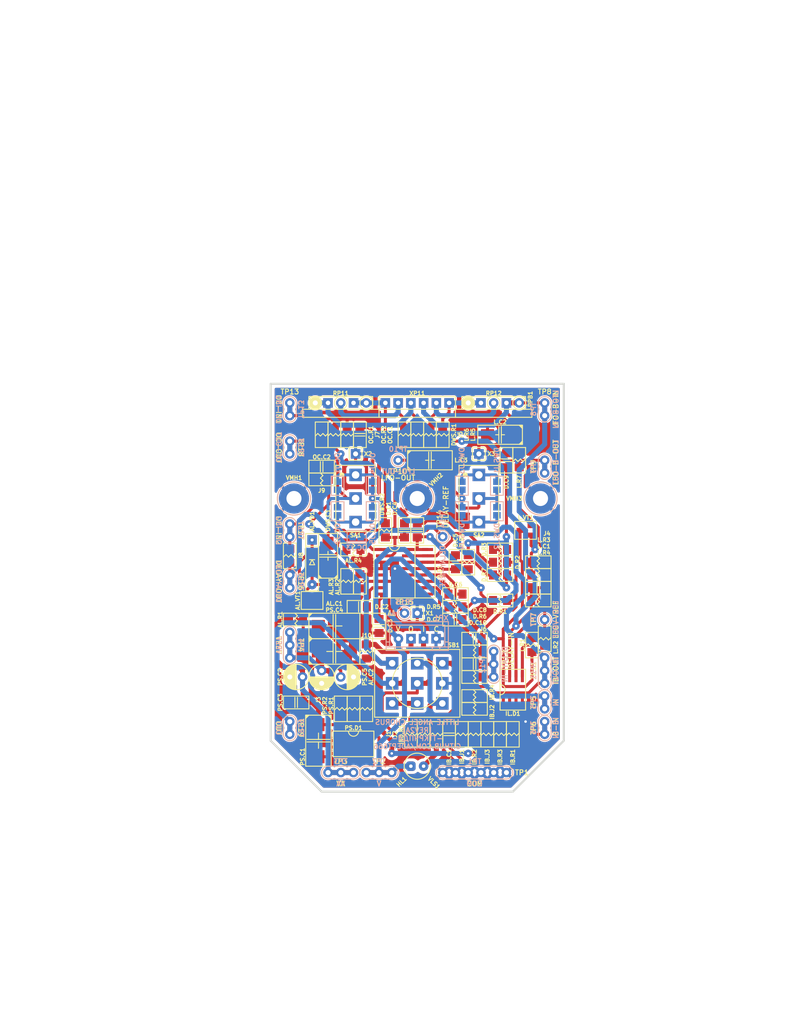
<source format=kicad_pcb>
(kicad_pcb (version 20171130) (host pcbnew 5.1.12-84ad8e8a86~92~ubuntu20.04.1)
  (title_block (title "Big Devil Vibrato") (date 2023-08-26) (rev 2A) (company "Igor Ivanov") (comment 1 https://github.com/Adept666) (comment 2 "This project is licensed under GNU General Public License v3.0 or later"))
  (layers (0 F.Cu signal) (31 B.Cu signal) (36 B.SilkS user) (37 F.SilkS user) (38 B.Mask user) (39 F.Mask user) (44 Edge.Cuts user))
  (net 0 "")
  (net 1 COM)
  (net 2 "Net-(HL1-PadC)")
  (net 3 /LED)
  (net 4 V)
  (net 5 "Net-(SB1-PadNC1)")
  (net 6 /WS)
  (net 7 VA)
  (net 8 "Net-(AL.R2-Pad2)")
  (net 9 /AL)
  (net 10 /DELAY-REF)
  (net 11 "Net-(D.C2-Pad2)")
  (net 12 "Net-(D.C3-Pad2)")
  (net 13 "Net-(D.C4-Pad2)")
  (net 14 "Net-(D.C4-Pad1)")
  (net 15 "Net-(D.C5-Pad2)")
  (net 16 "Net-(D.C5-Pad1)")
  (net 17 "Net-(D.C6-Pad2)")
  (net 18 "Net-(D.C6-Pad1)")
  (net 19 "Net-(D.C7-Pad2)")
  (net 20 "Net-(D.C7-Pad1)")
  (net 21 "Net-(D.C8-Pad2)")
  (net 22 "Net-(D.C9-Pad1)")
  (net 23 /DELAY-IN)
  (net 24 "Net-(D.C10-Pad1)")
  (net 25 "Net-(D.D1-Pad5)")
  (net 26 /DELAY-OUT)
  (net 27 "Net-(DWS.C1-Pad-)")
  (net 28 "Net-(DWS.J1-Pad2)")
  (net 29 "Net-(DWS.J2-Pad2)")
  (net 30 "Net-(DWS.J3-Pad2)")
  (net 31 /DEPTH-IN)
  (net 32 "Net-(IB.C1-Pad2)")
  (net 33 /IB-IN)
  (net 34 "Net-(IB.J1-Pad2)")
  (net 35 "Net-(IB.J2-Pad2)")
  (net 36 VREF)
  (net 37 "Net-(IB.R2-Pad2)")
  (net 38 /IB-OUT)
  (net 39 /LFO-VREF)
  (net 40 /CIR-IN)
  (net 41 /IN)
  (net 42 /LFO-B-OUT)
  (net 43 /LFO-B-IN)
  (net 44 /LFO-OUT)
  (net 45 /OC-IN1)
  (net 46 /OC-IN2)
  (net 47 /CIR-OUT)
  (net 48 /OC-OUT)
  (net 49 /OUT)
  (net 50 "Net-(L.R5-Pad2)")
  (net 51 "Net-(OC.C1-Pad1)")
  (net 52 "Net-(OC.J1-Pad2)")
  (net 53 "Net-(OC.J1-Pad1)")
  (net 54 "Net-(OC.J2-Pad2)")
  (net 55 "Net-(IL.D1-Pad7)")
  (net 56 "Net-(IL.D1-Pad6)")
  (net 57 "Net-(DWS.R1-Pad2)")
  (net 58 "Net-(L.R6-Pad2)")
  (module KCL-TH-ML:VMH-STA-DA5 (layer F.Cu) (at 105.41 147.32)
    (fp_text reference VMH2 (at 2.54 -2.54 45) (layer F.SilkS) (effects (font (size 0.8 0.8) (thickness 0.2)) (justify left)))
    (fp_text value X)
    (pad 0 thru_hole circle (at 0 0) (size 6 6) (drill 3) (layers *.Cu *.Mask) (net 1 COM))
  )
  (module KCL-TH-ML:SW-MTS-102-A2-2.5 (layer F.Cu) (at 117.695 147.32)
    (fp_text reference SA2 (at 0 7.3025) (layer F.SilkS) (effects (font (size 0.8 0.8) (thickness 0.2))))
    (fp_text value X)
    (pad NC thru_hole rect (at 0 -4.7) (size 2.5 2.5) (drill 1.5) (layers *.Cu *.Mask) (net 28 "Net-(DWS.J1-Pad2)"))
    (pad COM thru_hole rect (at 0 0) (size 2.5 2.5) (drill 1.5) (layers *.Cu *.Mask) (net 27 "Net-(DWS.C1-Pad-)"))
    (pad NO thru_hole rect (at 0 4.7) (size 2.5 2.5) (drill 1.5) (layers *.Cu *.Mask) (net 29 "Net-(DWS.J2-Pad2)"))
  )
  (module KCL-TH-ML:SW-MTS-102-A2-2.5 (layer F.Cu) (at 93.125 147.32)
    (fp_text reference SA1 (at 0 7.3025) (layer F.SilkS) (effects (font (size 0.8 0.8) (thickness 0.2))))
    (fp_text value X)
    (pad NC thru_hole rect (at 0 -4.7) (size 2.5 2.5) (drill 1.5) (layers *.Cu *.Mask) (net 52 "Net-(OC.J1-Pad2)"))
    (pad COM thru_hole rect (at 0 0) (size 2.5 2.5) (drill 1.5) (layers *.Cu *.Mask) (net 53 "Net-(OC.J1-Pad1)"))
    (pad NO thru_hole rect (at 0 4.7) (size 2.5 2.5) (drill 1.5) (layers *.Cu *.Mask) (net 54 "Net-(OC.J2-Pad2)"))
  )
  (module KCL-VIRTUAL:VFM-1.0-3.0-SL (layer F.Cu) (at 128.27 196.85)
    (fp_text reference VFM3 hide)
    (fp_text value 1.0 hide)
    (pad "" smd circle (at 0 0) (size 1 1) (layers F.Cu F.Mask) (clearance 1.1))
  )
  (module KCL-VIRTUAL:VFM-1.0-3.0-SL (layer F.Cu) (at 128.27 133.35)
    (fp_text reference VFM2 hide)
    (fp_text value 1.0 hide)
    (pad "" smd circle (at 0 0) (size 1 1) (layers F.Cu F.Mask) (clearance 1.1))
  )
  (module KCL-VIRTUAL:VFM-1.0-3.0-SL (layer F.Cu) (at 82.55 133.35)
    (fp_text reference VFM1 hide)
    (fp_text value 1.0 hide)
    (pad "" smd circle (at 0 0) (size 1 1) (layers F.Cu F.Mask) (clearance 1.1))
  )
  (module SBKCL-TH-ML:RPB-1590N1-18-2x17-OR-2x1x17-1.6-PNL-7.4-2.8 (layer F.Cu) (at 105.41 117.04)
    (fp_text reference RPB1 (at 22.5425 12.1825 90) (layer F.SilkS) (effects (font (size 0.8 0.8) (thickness 0.2)) (justify left)))
    (fp_text value B50K-B50K)
    (fp_text user XP11 (at 0 9.325) (layer F.SilkS) (effects (font (size 0.8 0.8) (thickness 0.2))))
    (fp_text user RP11 (at -15.24 9.325) (layer F.SilkS) (effects (font (size 0.8 0.8) (thickness 0.2))))
    (fp_text user RP12 (at 15.24 9.325) (layer F.SilkS) (effects (font (size 0.8 0.8) (thickness 0.2))))
    (pad NC4 thru_hole rect (at 17.78 11.23) (size 1.9 1.9) (drill 0.9) (layers *.Cu *.Mask) (net 43 /LFO-B-IN))
    (pad NC3 thru_hole rect (at 12.7 11.23) (size 1.9 1.9) (drill 0.9) (layers *.Cu *.Mask) (net 50 "Net-(L.R5-Pad2)"))
    (pad NC2 thru_hole rect (at -12.7 11.23) (size 1.9 1.9) (drill 0.9) (layers *.Cu *.Mask) (net 30 "Net-(DWS.J3-Pad2)"))
    (pad NC1 thru_hole rect (at -17.78 11.23) (size 1.9 1.9) (drill 0.9) (layers *.Cu *.Mask) (net 31 /DEPTH-IN))
    (pad 23 thru_hole rect (at 1.27 11.23) (size 1.9 1.9) (drill 0.9) (layers *.Cu *.Mask) (net 43 /LFO-B-IN))
    (pad 13 thru_hole rect (at -6.35 11.23) (size 1.9 1.9) (drill 0.9) (layers *.Cu *.Mask) (net 30 "Net-(DWS.J3-Pad2)"))
    (pad 11 thru_hole rect (at -1.27 11.23) (size 1.9 1.9) (drill 0.9) (layers *.Cu *.Mask) (net 31 /DEPTH-IN))
    (pad 12 thru_hole rect (at -3.81 11.23) (size 1.9 1.9) (drill 0.9) (layers *.Cu *.Mask) (net 57 "Net-(DWS.R1-Pad2)"))
    (pad 22 thru_hole rect (at 3.81 11.23) (size 1.9 1.9) (drill 0.9) (layers *.Cu *.Mask) (net 58 "Net-(L.R6-Pad2)"))
    (pad 21 thru_hole rect (at 6.35 11.23) (size 1.9 1.9) (drill 0.9) (layers *.Cu *.Mask) (net 50 "Net-(L.R5-Pad2)"))
    (pad 13 thru_hole circle (at -10.16 11.23) (size 1.9 1.9) (drill 1) (layers *.Cu *.Mask) (net 30 "Net-(DWS.J3-Pad2)"))
    (pad 12 thru_hole circle (at -15.24 11.23) (size 1.9 1.9) (drill 1) (layers *.Cu *.Mask) (net 57 "Net-(DWS.R1-Pad2)"))
    (pad 11 thru_hole circle (at -20.32 11.23) (size 1.9 1.9) (drill 1) (layers *.Cu *.Mask) (net 31 /DEPTH-IN))
    (pad 23 thru_hole circle (at 20.32 11.23) (size 1.9 1.9) (drill 1) (layers *.Cu *.Mask) (net 43 /LFO-B-IN))
    (pad 22 thru_hole circle (at 15.24 11.23) (size 1.9 1.9) (drill 1) (layers *.Cu *.Mask) (net 58 "Net-(L.R6-Pad2)"))
    (pad 21 thru_hole circle (at 10.16 11.23) (size 1.9 1.9) (drill 1) (layers *.Cu *.Mask) (net 50 "Net-(L.R5-Pad2)"))
  )
  (module KCL-SM:J-SB-0805-2 (layer B.Cu) (at 96.52 149.86 90)
    (fp_text reference OC.J5 (at -2.2225 0 90) (layer B.SilkS) (effects (font (thickness 0.2)) (justify left mirror)))
    (fp_text value OC.J5)
    (pad 1 smd rect (at -0.8 0 90) (size 1.3 1.5) (layers B.Cu B.Mask) (net 54 "Net-(OC.J2-Pad2)"))
    (pad 2 smd rect (at 0.8 0 90) (size 1.3 1.5) (layers B.Cu B.Mask) (net 51 "Net-(OC.C1-Pad1)"))
  )
  (module KCL-SM:J-SB-0805-2 (layer B.Cu) (at 96.52 144.78 270)
    (fp_text reference OC.J4 (at -2.2225 0 270) (layer B.SilkS) (effects (font (thickness 0.2)) (justify right mirror)))
    (fp_text value OC.J4)
    (pad 2 smd rect (at 0.8 0 270) (size 1.3 1.5) (layers B.Cu B.Mask) (net 51 "Net-(OC.C1-Pad1)"))
    (pad 1 smd rect (at -0.8 0 270) (size 1.3 1.5) (layers B.Cu B.Mask) (net 52 "Net-(OC.J1-Pad2)"))
  )
  (module KCL-SM:J-SB-0805-2 (layer B.Cu) (at 93.345 154.94)
    (fp_text reference OC.J3 (at 0 2.2225 180) (layer B.SilkS) (effects (font (thickness 0.2)) (justify mirror)))
    (fp_text value OC.J3)
    (pad 1 smd rect (at -0.8 0) (size 1.3 1.5) (layers B.Cu B.Mask) (net 53 "Net-(OC.J1-Pad1)"))
    (pad 2 smd rect (at 0.8 0) (size 1.3 1.5) (layers B.Cu B.Mask) (net 51 "Net-(OC.C1-Pad1)"))
  )
  (module KCL-SM:J-SB-0805-2 (layer B.Cu) (at 89.535 149.86 270)
    (fp_text reference OC.J2 (at 2.2225 0 270) (layer B.SilkS) (effects (font (thickness 0.2)) (justify left mirror)))
    (fp_text value OC.J2)
    (pad 1 smd rect (at -0.8 0 270) (size 1.3 1.5) (layers B.Cu B.Mask) (net 53 "Net-(OC.J1-Pad1)"))
    (pad 2 smd rect (at 0.8 0 270) (size 1.3 1.5) (layers B.Cu B.Mask) (net 54 "Net-(OC.J2-Pad2)"))
  )
  (module KCL-SM:J-SB-0805-2 (layer B.Cu) (at 89.535 144.78 90)
    (fp_text reference OC.J1 (at 2.2225 0 90) (layer B.SilkS) (effects (font (thickness 0.2)) (justify right mirror)))
    (fp_text value OC.J1)
    (pad 1 smd rect (at -0.8 0 90) (size 1.3 1.5) (layers B.Cu B.Mask) (net 53 "Net-(OC.J1-Pad1)"))
    (pad 2 smd rect (at 0.8 0 90) (size 1.3 1.5) (layers B.Cu B.Mask) (net 52 "Net-(OC.J1-Pad2)"))
  )
  (module KCL-SM:J-SB-0805-2 (layer B.Cu) (at 114.3 149.86 90)
    (fp_text reference DWS.J4 (at -2.2225 0 90) (layer B.SilkS) (effects (font (thickness 0.2)) (justify left mirror)))
    (fp_text value DWS.J4)
    (pad 2 smd rect (at 0.8 0 90) (size 1.3 1.5) (layers B.Cu B.Mask) (net 30 "Net-(DWS.J3-Pad2)"))
    (pad 1 smd rect (at -0.8 0 90) (size 1.3 1.5) (layers B.Cu B.Mask) (net 29 "Net-(DWS.J2-Pad2)"))
  )
  (module KCL-SM:J-SB-0805-2 (layer B.Cu) (at 114.3 144.78 270)
    (fp_text reference DWS.J3 (at -2.2225 0 270) (layer B.SilkS) (effects (font (thickness 0.2)) (justify right mirror)))
    (fp_text value DWS.J3)
    (pad 2 smd rect (at 0.8 0 270) (size 1.3 1.5) (layers B.Cu B.Mask) (net 30 "Net-(DWS.J3-Pad2)"))
    (pad 1 smd rect (at -0.8 0 270) (size 1.3 1.5) (layers B.Cu B.Mask) (net 28 "Net-(DWS.J1-Pad2)"))
  )
  (module KCL-SM:J-SB-0805-2 (layer B.Cu) (at 121.285 149.86 270)
    (fp_text reference DWS.J2 (at 2.2225 0 270) (layer B.SilkS) (effects (font (thickness 0.2)) (justify left mirror)))
    (fp_text value DWS.J2)
    (pad 2 smd rect (at 0.8 0 270) (size 1.3 1.5) (layers B.Cu B.Mask) (net 29 "Net-(DWS.J2-Pad2)"))
    (pad 1 smd rect (at -0.8 0 270) (size 1.3 1.5) (layers B.Cu B.Mask) (net 27 "Net-(DWS.C1-Pad-)"))
  )
  (module KCL-SM:J-SB-0805-2 (layer B.Cu) (at 121.285 144.78 90)
    (fp_text reference DWS.J1 (at 2.2225 0 90) (layer B.SilkS) (effects (font (thickness 0.2)) (justify right mirror)))
    (fp_text value DWS.J1)
    (pad 1 smd rect (at -0.8 0 90) (size 1.3 1.5) (layers B.Cu B.Mask) (net 27 "Net-(DWS.C1-Pad-)"))
    (pad 2 smd rect (at 0.8 0 90) (size 1.3 1.5) (layers B.Cu B.Mask) (net 28 "Net-(DWS.J1-Pad2)"))
  )
  (module KCL-TH-ML:TP-2-1.0-1.9 (layer F.Cu) (at 80.01 193.04 270)
    (fp_text reference TP19 (at 0 -2.2225 270 unlocked) (layer F.SilkS) (effects (font (thickness 0.2))))
    (fp_text value OUT (at 0 2.2225 270 unlocked) (layer F.SilkS) (effects (font (thickness 0.2))))
    (fp_text user %R (at 0 -2.2225 270 unlocked) (layer B.SilkS) (effects (font (thickness 0.2)) (justify mirror)))
    (fp_text user %V (at 0 2.2225 270 unlocked) (layer B.SilkS) (effects (font (thickness 0.2)) (justify mirror)))
    (pad 1 thru_hole circle (at -1.27 0 270) (size 1.9 1.9) (drill 1) (layers *.Cu *.Mask) (net 49 /OUT))
    (pad 1 thru_hole circle (at 1.27 0 270) (size 1.9 1.9) (drill 1) (layers *.Cu *.Mask) (net 49 /OUT))
  )
  (module KCL-TH-ML:TP-2-1.0-1.9 (layer F.Cu) (at 80.01 137.16 270)
    (fp_text reference TP18 (at 0 -2.2225 270 unlocked) (layer F.SilkS) (effects (font (thickness 0.2))))
    (fp_text value OC-OUT (at 0 2.2225 270 unlocked) (layer F.SilkS) (effects (font (thickness 0.2))))
    (fp_text user %V (at 0 2.2225 270 unlocked) (layer B.SilkS) (effects (font (thickness 0.2)) (justify mirror)))
    (fp_text user %R (at 0 -2.2225 270 unlocked) (layer B.SilkS) (effects (font (thickness 0.2)) (justify mirror)))
    (pad 1 thru_hole circle (at 1.27 0 270) (size 1.9 1.9) (drill 1) (layers *.Cu *.Mask) (net 48 /OC-OUT))
    (pad 1 thru_hole circle (at -1.27 0 270) (size 1.9 1.9) (drill 1) (layers *.Cu *.Mask) (net 48 /OC-OUT))
  )
  (module KCL-TH-ML:TP-2-1.0-1.9 (layer F.Cu) (at 80.01 153.67 270)
    (fp_text reference TP17 (at 0 -2.2225 270 unlocked) (layer F.SilkS) (effects (font (thickness 0.2))))
    (fp_text value OC-IN2 (at 0 2.2225 270 unlocked) (layer F.SilkS) (effects (font (thickness 0.2))))
    (fp_text user %V (at 0 2.2225 270 unlocked) (layer B.SilkS) (effects (font (thickness 0.2)) (justify mirror)))
    (fp_text user %R (at 0 -2.2225 270 unlocked) (layer B.SilkS) (effects (font (thickness 0.2)) (justify mirror)))
    (pad 1 thru_hole circle (at 1.27 0 270) (size 1.9 1.9) (drill 1) (layers *.Cu *.Mask) (net 46 /OC-IN2))
    (pad 1 thru_hole circle (at -1.27 0 270) (size 1.9 1.9) (drill 1) (layers *.Cu *.Mask) (net 46 /OC-IN2))
  )
  (module KCL-TH-ML:TP-2-1.0-1.9 (layer F.Cu) (at 80.01 163.83 270)
    (fp_text reference TP16 (at 0 -2.2225 270 unlocked) (layer F.SilkS) (effects (font (thickness 0.2))))
    (fp_text value DELAY-OUT (at 0 2.2225 270 unlocked) (layer F.SilkS) (effects (font (thickness 0.2))))
    (fp_text user %V (at 0 2.2225 270 unlocked) (layer B.SilkS) (effects (font (thickness 0.2)) (justify mirror)))
    (fp_text user %R (at 0 -2.2225 270 unlocked) (layer B.SilkS) (effects (font (thickness 0.2)) (justify mirror)))
    (pad 1 thru_hole circle (at 1.27 0 270) (size 1.9 1.9) (drill 1) (layers *.Cu *.Mask) (net 26 /DELAY-OUT))
    (pad 1 thru_hole circle (at -1.27 0 270) (size 1.9 1.9) (drill 1) (layers *.Cu *.Mask) (net 26 /DELAY-OUT))
  )
  (module KCL-TH-ML:TP-1-1.0-1.9 (layer F.Cu) (at 102.87 170.18)
    (fp_text reference TP15 (at 0 -2.2225 unlocked) (layer F.SilkS) (effects (font (thickness 0.2))))
    (fp_text value AL (at -1.5875 0 unlocked) (layer F.SilkS) (effects (font (thickness 0.2)) (justify right)))
    (fp_text user %V (at -1.5875 0 unlocked) (layer B.SilkS) (effects (font (thickness 0.2)) (justify left mirror)))
    (fp_text user %R (at 0 -2.2225 unlocked) (layer B.SilkS) (effects (font (thickness 0.2)) (justify mirror)))
    (pad 1 thru_hole circle (at 0 0) (size 1.9 1.9) (drill 1) (layers *.Cu *.Mask) (net 9 /AL))
  )
  (module KCL-TH-ML:TP-1-1.0-1.9 (layer F.Cu) (at 110.49 154.94 90)
    (fp_text reference TP14 (at 1.5875 -0.635 90 unlocked) (layer F.SilkS) (effects (font (thickness 0.2)) (justify left)))
    (fp_text value DELAY-REF (at 1.5875 0.635 90 unlocked) (layer F.SilkS) (effects (font (thickness 0.2)) (justify left)))
    (fp_text user %V (at -1.5875 0 90 unlocked) (layer B.SilkS) (effects (font (thickness 0.2)) (justify left mirror)))
    (fp_text user %R (at 1.5875 0 90 unlocked) (layer B.SilkS) (effects (font (thickness 0.2)) (justify right mirror)))
    (pad 1 thru_hole circle (at 0 0 90) (size 1.9 1.9) (drill 1) (layers *.Cu *.Mask) (net 10 /DELAY-REF))
  )
  (module KCL-TH-ML:TP-2-1.0-1.9 (layer F.Cu) (at 80.01 129.54 270)
    (fp_text reference TP13 (at -3.4925 0 unlocked) (layer F.SilkS) (effects (font (thickness 0.2))))
    (fp_text value OC-IN1 (at 0 2.2225 270 unlocked) (layer F.SilkS) (effects (font (thickness 0.2))))
    (fp_text user %R (at 0 -2.2225 270 unlocked) (layer B.SilkS) (effects (font (thickness 0.2)) (justify mirror)))
    (fp_text user %V (at 0 2.2225 270 unlocked) (layer B.SilkS) (effects (font (thickness 0.2)) (justify mirror)))
    (pad 1 thru_hole circle (at -1.27 0 270) (size 1.9 1.9) (drill 1) (layers *.Cu *.Mask) (net 45 /OC-IN1))
    (pad 1 thru_hole circle (at 1.27 0 270) (size 1.9 1.9) (drill 1) (layers *.Cu *.Mask) (net 45 /OC-IN1))
  )
  (module KCL-TH-ML:TP-3-1.0-1.9 (layer F.Cu) (at 120.65 180.34 90)
    (fp_text reference TP12 (at -0.9525 2.2225 90 unlocked) (layer F.SilkS) (effects (font (thickness 0.2)) (justify left)))
    (fp_text value DELAY-IN (at -0.9525 3.4925 90 unlocked) (layer F.SilkS) (effects (font (thickness 0.2)) (justify left)))
    (fp_text user %V (at 0 2.2225 90 unlocked) (layer B.SilkS) (effects (font (thickness 0.2)) (justify mirror)))
    (fp_text user %R (at 0 -2.2225 90 unlocked) (layer B.SilkS) (effects (font (thickness 0.2)) (justify mirror)))
    (pad 1 thru_hole circle (at 2.54 0 90) (size 1.9 1.9) (drill 1) (layers *.Cu *.Mask) (net 23 /DELAY-IN))
    (pad 1 thru_hole circle (at 0 0 90) (size 1.9 1.9) (drill 1) (layers *.Cu *.Mask) (net 23 /DELAY-IN))
    (pad 1 thru_hole circle (at -2.54 0 90) (size 1.9 1.9) (drill 1) (layers *.Cu *.Mask) (net 23 /DELAY-IN))
  )
  (module KCL-TH-ML:TP-3-1.0-1.9 (layer F.Cu) (at 130.81 181.61 90)
    (fp_text reference TP11 (at 0 -2.2225 90 unlocked) (layer F.SilkS) (effects (font (thickness 0.2))))
    (fp_text value IB-OUT (at 0 2.2225 90 unlocked) (layer F.SilkS) (effects (font (thickness 0.2))))
    (fp_text user %R (at 0 -2.2225 90 unlocked) (layer B.SilkS) (effects (font (thickness 0.2)) (justify mirror)))
    (fp_text user %V (at 0 2.2225 90 unlocked) (layer B.SilkS) (effects (font (thickness 0.2)) (justify mirror)))
    (pad 1 thru_hole circle (at -2.54 0 90) (size 1.9 1.9) (drill 1) (layers *.Cu *.Mask) (net 38 /IB-OUT))
    (pad 1 thru_hole circle (at 0 0 90) (size 1.9 1.9) (drill 1) (layers *.Cu *.Mask) (net 38 /IB-OUT))
    (pad 1 thru_hole circle (at 2.54 0 90) (size 1.9 1.9) (drill 1) (layers *.Cu *.Mask) (net 38 /IB-OUT))
  )
  (module KCL-TH-ML:TP-1-1.0-1.9 (layer F.Cu) (at 101.6 139.7)
    (fp_text reference TP10 (at 0 2.2225 unlocked) (layer F.SilkS) (effects (font (thickness 0.2))))
    (fp_text value LFO-OUT (at 0 3.4925 unlocked) (layer F.SilkS) (effects (font (thickness 0.2))))
    (fp_text user %R (at 0 -2.2225 unlocked) (layer B.SilkS) (effects (font (thickness 0.2)) (justify mirror)))
    (fp_text user %V (at 0 2.2225 unlocked) (layer B.SilkS) (effects (font (thickness 0.2)) (justify mirror)))
    (pad 1 thru_hole circle (at 0 0) (size 1.9 1.9) (drill 1) (layers *.Cu *.Mask) (net 44 /LFO-OUT))
  )
  (module KCL-TH-ML:TP-2-1.0-1.9 (layer F.Cu) (at 130.81 140.97 90)
    (fp_text reference TP9 (at 0 -2.2225 90 unlocked) (layer F.SilkS) (effects (font (thickness 0.2))))
    (fp_text value LFO-B-OUT (at -3.81 2.2225 90 unlocked) (layer F.SilkS) (effects (font (thickness 0.2)) (justify left)))
    (fp_text user %R (at 0 -2.2225 90 unlocked) (layer B.SilkS) (effects (font (thickness 0.2)) (justify mirror)))
    (fp_text user %V (at -3.81 2.2225 90 unlocked) (layer B.SilkS) (effects (font (thickness 0.2)) (justify right mirror)))
    (pad 1 thru_hole circle (at -1.27 0 90) (size 1.9 1.9) (drill 1) (layers *.Cu *.Mask) (net 42 /LFO-B-OUT))
    (pad 1 thru_hole circle (at 1.27 0 90) (size 1.9 1.9) (drill 1) (layers *.Cu *.Mask) (net 42 /LFO-B-OUT))
  )
  (module KCL-TH-ML:TP-2-1.0-1.9 (layer F.Cu) (at 130.81 129.54 90)
    (fp_text reference TP8 (at 3.4925 0 unlocked) (layer F.SilkS) (effects (font (thickness 0.2))))
    (fp_text value LFO-B-IN (at 0 2.2225 90 unlocked) (layer F.SilkS) (effects (font (thickness 0.2))))
    (fp_text user %V (at 0 2.2225 90 unlocked) (layer B.SilkS) (effects (font (thickness 0.2)) (justify mirror)))
    (fp_text user %R (at 0 -2.2225 90 unlocked) (layer B.SilkS) (effects (font (thickness 0.2)) (justify mirror)))
    (pad 1 thru_hole circle (at 1.27 0 90) (size 1.9 1.9) (drill 1) (layers *.Cu *.Mask) (net 43 /LFO-B-IN))
    (pad 1 thru_hole circle (at -1.27 0 90) (size 1.9 1.9) (drill 1) (layers *.Cu *.Mask) (net 43 /LFO-B-IN))
  )
  (module KCL-TH-ML:TP-1-1.0-1.9 (layer F.Cu) (at 130.81 171.45 90)
    (fp_text reference TP7 (at 0 -2.2225 90 unlocked) (layer F.SilkS) (effects (font (thickness 0.2))))
    (fp_text value LFO-VREF (at 0 2.2225 90 unlocked) (layer F.SilkS) (effects (font (thickness 0.2))))
    (fp_text user %R (at 0 -2.2225 90 unlocked) (layer B.SilkS) (effects (font (thickness 0.2)) (justify mirror)))
    (fp_text user %V (at 0 2.2225 90 unlocked) (layer B.SilkS) (effects (font (thickness 0.2)) (justify mirror)))
    (pad 1 thru_hole circle (at 0 0 90) (size 1.9 1.9) (drill 1) (layers *.Cu *.Mask) (net 39 /LFO-VREF))
  )
  (module KCL-TH-ML:TP-2-1.0-1.9 (layer F.Cu) (at 130.81 193.04 90)
    (fp_text reference TP6 (at 0 -2.2225 90 unlocked) (layer F.SilkS) (effects (font (thickness 0.2))))
    (fp_text value IB-IN (at 0 2.2225 90 unlocked) (layer F.SilkS) (effects (font (thickness 0.2))))
    (fp_text user %R (at 0 -2.2225 90 unlocked) (layer B.SilkS) (effects (font (thickness 0.2)) (justify mirror)))
    (fp_text user %V (at 0 2.2225 90 unlocked) (layer B.SilkS) (effects (font (thickness 0.2)) (justify mirror)))
    (pad 1 thru_hole circle (at -1.27 0 90) (size 1.9 1.9) (drill 1) (layers *.Cu *.Mask) (net 33 /IB-IN))
    (pad 1 thru_hole circle (at 1.27 0 90) (size 1.9 1.9) (drill 1) (layers *.Cu *.Mask) (net 33 /IB-IN))
  )
  (module KCL-TH-ML:TP-2-1.0-1.9 (layer F.Cu) (at 130.81 187.96 90)
    (fp_text reference TP5 (at 0 -2.2225 90 unlocked) (layer F.SilkS) (effects (font (thickness 0.2))))
    (fp_text value IN (at 0 2.2225 90 unlocked) (layer F.SilkS) (effects (font (thickness 0.2))))
    (fp_text user %R (at 0 -2.2225 90 unlocked) (layer B.SilkS) (effects (font (thickness 0.2)) (justify mirror)))
    (fp_text user %V (at 0 2.2225 90 unlocked) (layer B.SilkS) (effects (font (thickness 0.2)) (justify mirror)))
    (pad 1 thru_hole circle (at -1.27 0 90) (size 1.9 1.9) (drill 1) (layers *.Cu *.Mask) (net 41 /IN))
    (pad 1 thru_hole circle (at 1.27 0 90) (size 1.9 1.9) (drill 1) (layers *.Cu *.Mask) (net 41 /IN))
  )
  (module KCL-TH-ML:TP-3-1.0-1.9 (layer F.Cu) (at 80.01 176.53 270)
    (fp_text reference TP4 (at 0 -2.2225 270 unlocked) (layer F.SilkS) (effects (font (thickness 0.2))))
    (fp_text value VREF (at 0 2.2225 270 unlocked) (layer F.SilkS) (effects (font (thickness 0.2))))
    (fp_text user %V (at 0 2.2225 270 unlocked) (layer B.SilkS) (effects (font (thickness 0.2)) (justify mirror)))
    (fp_text user %R (at 0 -2.2225 270 unlocked) (layer B.SilkS) (effects (font (thickness 0.2)) (justify mirror)))
    (pad 1 thru_hole circle (at 2.54 0 270) (size 1.9 1.9) (drill 1) (layers *.Cu *.Mask) (net 36 VREF))
    (pad 1 thru_hole circle (at 0 0 270) (size 1.9 1.9) (drill 1) (layers *.Cu *.Mask) (net 36 VREF))
    (pad 1 thru_hole circle (at -2.54 0 270) (size 1.9 1.9) (drill 1) (layers *.Cu *.Mask) (net 36 VREF))
  )
  (module KCL-TH-ML:TP-3-1.0-1.9 (layer F.Cu) (at 90.17 201.93)
    (fp_text reference TP3 (at 0 -2.2225 unlocked) (layer F.SilkS) (effects (font (thickness 0.2))))
    (fp_text value VA (at 0 2.2225 unlocked) (layer F.SilkS) (effects (font (thickness 0.2))))
    (fp_text user %V (at 0 2.2225 unlocked) (layer B.SilkS) (effects (font (thickness 0.2)) (justify mirror)))
    (fp_text user %R (at 0 -2.2225 unlocked) (layer B.SilkS) (effects (font (thickness 0.2)) (justify mirror)))
    (pad 1 thru_hole circle (at 2.54 0) (size 1.9 1.9) (drill 1) (layers *.Cu *.Mask) (net 7 VA))
    (pad 1 thru_hole circle (at 0 0) (size 1.9 1.9) (drill 1) (layers *.Cu *.Mask) (net 7 VA))
    (pad 1 thru_hole circle (at -2.54 0) (size 1.9 1.9) (drill 1) (layers *.Cu *.Mask) (net 7 VA))
  )
  (module KCL-TH-ML:TP-3-1.0-1.9 (layer F.Cu) (at 97.79 201.93)
    (fp_text reference TP2 (at 0 -2.2225 unlocked) (layer F.SilkS) (effects (font (thickness 0.2))))
    (fp_text value V (at 0 2.2225 unlocked) (layer F.SilkS) (effects (font (thickness 0.2))))
    (fp_text user %V (at 0 2.2225 unlocked) (layer B.SilkS) (effects (font (thickness 0.2)) (justify mirror)))
    (fp_text user %R (at 0 -2.2225 unlocked) (layer B.SilkS) (effects (font (thickness 0.2)) (justify mirror)))
    (pad 1 thru_hole circle (at 2.54 0) (size 1.9 1.9) (drill 1) (layers *.Cu *.Mask) (net 4 V))
    (pad 1 thru_hole circle (at 0 0) (size 1.9 1.9) (drill 1) (layers *.Cu *.Mask) (net 4 V))
    (pad 1 thru_hole circle (at -2.54 0) (size 1.9 1.9) (drill 1) (layers *.Cu *.Mask) (net 4 V))
  )
  (module KCL-TH-ML:TP-6-1.0-1.9 (layer F.Cu) (at 116.84 201.93)
    (fp_text reference TP1 (at 7.9375 0 unlocked) (layer F.SilkS) (effects (font (thickness 0.2)) (justify left)))
    (fp_text value COM (at 0 2.2225 unlocked) (layer F.SilkS) (effects (font (thickness 0.2))))
    (fp_text user %R (at 0 -2.2225 unlocked) (layer B.SilkS) (effects (font (thickness 0.2)) (justify mirror)))
    (fp_text user %V (at 0 2.2225 unlocked) (layer B.SilkS) (effects (font (thickness 0.2)) (justify mirror)))
    (pad 1 thru_hole circle (at -6.35 0) (size 1.9 1.9) (drill 1) (layers *.Cu *.Mask) (net 1 COM))
    (pad 1 thru_hole circle (at -3.81 0) (size 1.9 1.9) (drill 1) (layers *.Cu *.Mask) (net 1 COM))
    (pad 1 thru_hole circle (at -1.27 0) (size 1.9 1.9) (drill 1) (layers *.Cu *.Mask) (net 1 COM))
    (pad 1 thru_hole circle (at 1.27 0) (size 1.9 1.9) (drill 1) (layers *.Cu *.Mask) (net 1 COM))
    (pad 1 thru_hole circle (at 3.81 0) (size 1.9 1.9) (drill 1) (layers *.Cu *.Mask) (net 1 COM))
    (pad 1 thru_hole circle (at 6.35 0) (size 1.9 1.9) (drill 1) (layers *.Cu *.Mask) (net 1 COM))
  )
  (module KCL-SM:R-SM-1206 (layer F.Cu) (at 92.71 189.23 90)
    (fp_text reference PS.R2 (at 2.54 -5.715 90) (layer F.SilkS) (effects (font (size 0.8 0.8) (thickness 0.2)) (justify right)))
    (fp_text value 103)
    (pad 1 smd rect (at -1.4 0 90) (size 1.6 1.8) (layers F.Cu F.Mask) (net 1 COM))
    (pad 2 smd rect (at 1.4 0 90) (size 1.6 1.8) (layers F.Cu F.Mask) (net 36 VREF))
  )
  (module KCL-SM:R-SM-1206 (layer F.Cu) (at 95.25 189.23 270)
    (fp_text reference PS.R1 (at -2.54 6.985 270) (layer F.SilkS) (effects (font (size 0.8 0.8) (thickness 0.2)) (justify right)))
    (fp_text value 103)
    (pad 2 smd rect (at 1.4 0 270) (size 1.6 1.8) (layers F.Cu F.Mask) (net 4 V))
    (pad 1 smd rect (at -1.4 0 270) (size 1.6 1.8) (layers F.Cu F.Mask) (net 36 VREF))
  )
  (module KCL-SM:P-SO-08-OUT-GND-GND-NC-NC-GND-GND-IN (layer F.Cu) (at 92.71 196.215)
    (fp_text reference PS.D1 (at 0 -3.175) (layer F.SilkS) (effects (font (size 0.8 0.8) (thickness 0.2))))
    (fp_text value 78L05)
    (pad IN smd rect (at 2.6 -1.905) (size 2.2 0.6) (layers F.Cu F.Mask) (net 4 V))
    (pad GND smd rect (at 2.6 -0.635) (size 2.2 0.6) (layers F.Cu F.Mask) (net 1 COM))
    (pad GND smd rect (at 2.6 0.635) (size 2.2 0.6) (layers F.Cu F.Mask) (net 1 COM))
    (pad NC smd rect (at 2.6 1.905) (size 2.2 0.6) (layers F.Cu F.Mask) (net 1 COM))
    (pad NC smd rect (at -2.6 1.905) (size 2.2 0.6) (layers F.Cu F.Mask) (net 1 COM))
    (pad GND smd rect (at -2.6 0.635) (size 2.2 0.6) (layers F.Cu F.Mask) (net 1 COM))
    (pad GND smd rect (at -2.6 -0.635) (size 2.2 0.6) (layers F.Cu F.Mask) (net 1 COM))
    (pad OUT smd rect (at -2.6 -1.905) (size 2.2 0.6) (layers F.Cu F.Mask) (net 7 VA))
  )
  (module KCL-TH-ML:CP-RADIAL-D05.0-P02.0-CLS (layer F.Cu) (at 86.36 182.88 270)
    (fp_text reference PS.C5 (at 0 -8.5725 270) (layer F.SilkS) (effects (font (size 0.8 0.8) (thickness 0.2))))
    (fp_text value 476)
    (pad - thru_hole roundrect (at 1.27 0 270) (size 1.9 1.9) (drill 1) (layers *.Cu *.Mask) (roundrect_rratio 0.3) (net 1 COM))
    (pad + thru_hole circle (at -1.27 0 270) (size 1.9 1.9) (drill 1) (layers *.Cu *.Mask) (net 36 VREF))
  )
  (module KCL-SM:CP-CTSMD-D (layer F.Cu) (at 88.9 177.8)
    (fp_text reference PS.C4 (at 0 -8.255) (layer F.SilkS) (effects (font (size 0.8 0.8) (thickness 0.2))))
    (fp_text value 476)
    (pad - smd rect (at 3.2 0) (size 2.6 2.4) (layers F.Cu F.Mask) (net 1 COM))
    (pad + smd rect (at -3.2 0) (size 2.6 2.4) (layers F.Cu F.Mask) (net 36 VREF))
  )
  (module KCL-SM:C-SM-1206 (layer F.Cu) (at 81.28 187.96 180)
    (fp_text reference PS.C3 (at 3.175 0 270) (layer F.SilkS) (effects (font (size 0.8 0.8) (thickness 0.2))))
    (fp_text value 104)
    (pad 2 smd rect (at 1.4 0 180) (size 1.6 1.8) (layers F.Cu F.Mask) (net 1 COM))
    (pad 1 smd rect (at -1.4 0 180) (size 1.6 1.8) (layers F.Cu F.Mask) (net 7 VA))
  )
  (module KCL-TH-ML:CP-RADIAL-D05.0-P02.0-CLS (layer F.Cu) (at 81.28 182.88 180)
    (fp_text reference PS.C2 (at 3.175 0 270) (layer F.SilkS) (effects (font (size 0.8 0.8) (thickness 0.2))))
    (fp_text value 476)
    (pad - thru_hole roundrect (at 1.27 0 180) (size 1.9 1.9) (drill 1) (layers *.Cu *.Mask) (roundrect_rratio 0.3) (net 1 COM))
    (pad + thru_hole circle (at -1.27 0 180) (size 1.9 1.9) (drill 1) (layers *.Cu *.Mask) (net 7 VA))
  )
  (module KCL-SM:CP-CTSMD-D (layer F.Cu) (at 85.725 195.58 270)
    (fp_text reference PS.C1 (at 5.08 3.175 270) (layer F.SilkS) (effects (font (size 0.8 0.8) (thickness 0.2)) (justify left)))
    (fp_text value 476)
    (pad + smd rect (at -3.2 0 270) (size 2.6 2.4) (layers F.Cu F.Mask) (net 7 VA))
    (pad - smd rect (at 3.2 0 270) (size 2.6 2.4) (layers F.Cu F.Mask) (net 1 COM))
  )
  (module KCL-SM:R-SM-1206 (layer F.Cu) (at 91.44 134.62 270)
    (fp_text reference OC.R2 (at 0 -7.3025 270) (layer F.SilkS) (effects (font (size 0.8 0.8) (thickness 0.2))))
    (fp_text value 104)
    (pad 2 smd rect (at 1.4 0 270) (size 1.6 1.8) (layers F.Cu F.Mask) (net 48 /OC-OUT))
    (pad 1 smd rect (at -1.4 0 270) (size 1.6 1.8) (layers F.Cu F.Mask) (net 1 COM))
  )
  (module KCL-SM:R-SM-1206 (layer F.Cu) (at 86.36 134.62 270)
    (fp_text reference OC.R1 (at 0 -9.8425 270) (layer F.SilkS) (effects (font (size 0.8 0.8) (thickness 0.2))))
    (fp_text value X)
    (pad 2 smd rect (at 1.4 0 270) (size 1.6 1.8) (layers F.Cu F.Mask) (net 53 "Net-(OC.J1-Pad1)"))
    (pad 1 smd rect (at -1.4 0 270) (size 1.6 1.8) (layers F.Cu F.Mask) (net 45 /OC-IN1))
  )
  (module KCL-SM:C-SM-1206 (layer F.Cu) (at 86.36 140.97 180)
    (fp_text reference OC.C2 (at 0 1.905) (layer F.SilkS) (effects (font (size 0.8 0.8) (thickness 0.2))))
    (fp_text value 104)
    (pad 2 smd rect (at 1.4 0 180) (size 1.6 1.8) (layers F.Cu F.Mask) (net 48 /OC-OUT))
    (pad 1 smd rect (at -1.4 0 180) (size 1.6 1.8) (layers F.Cu F.Mask) (net 46 /OC-IN2))
  )
  (module KCL-SM:C-SM-1206 (layer F.Cu) (at 93.98 134.62 270)
    (fp_text reference OC.C1 (at 0 -6.0325 270) (layer F.SilkS) (effects (font (size 0.8 0.8) (thickness 0.2))))
    (fp_text value X)
    (pad 2 smd rect (at 1.4 0 270) (size 1.6 1.8) (layers F.Cu F.Mask) (net 48 /OC-OUT))
    (pad 1 smd rect (at -1.4 0 270) (size 1.6 1.8) (layers F.Cu F.Mask) (net 51 "Net-(OC.C1-Pad1)"))
  )
  (module KCL-SM:P-SOT-23-B-E-C (layer F.Cu) (at 127 153.67 90)
    (fp_text reference L.VT1 (at 2.54 0 180) (layer F.SilkS) (effects (font (size 0.8 0.8) (thickness 0.2))))
    (fp_text value 3904)
    (pad B smd rect (at -0.95 1.1 90) (size 1 1.4) (layers F.Cu F.Mask) (net 43 /LFO-B-IN))
    (pad E smd rect (at 0.95 1.1 90) (size 1 1.4) (layers F.Cu F.Mask) (net 42 /LFO-B-OUT))
    (pad C smd rect (at 0 -1.1 90) (size 1 1.4) (layers F.Cu F.Mask) (net 4 V))
  )
  (module KCL-SM:R-SM-1206 (layer F.Cu) (at 125.73 139.7 270)
    (fp_text reference L.R7 (at 2.8575 0 270) (layer F.SilkS) (effects (font (size 0.8 0.8) (thickness 0.2)) (justify right)))
    (fp_text value 103)
    (pad 1 smd rect (at -1.4 0 270) (size 1.6 1.8) (layers F.Cu F.Mask) (net 1 COM))
    (pad 2 smd rect (at 1.4 0 270) (size 1.6 1.8) (layers F.Cu F.Mask) (net 42 /LFO-B-OUT))
  )
  (module KCL-SM:R-SM-1206 (layer F.Cu) (at 107.95 134.62 90)
    (fp_text reference L.R6 (at 0 7.3025 90) (layer F.SilkS) (effects (font (size 0.8 0.8) (thickness 0.2))))
    (fp_text value 0)
    (pad 2 smd rect (at 1.4 0 90) (size 1.6 1.8) (layers F.Cu F.Mask) (net 58 "Net-(L.R6-Pad2)"))
    (pad 1 smd rect (at -1.4 0 90) (size 1.6 1.8) (layers F.Cu F.Mask) (net 50 "Net-(L.R5-Pad2)"))
  )
  (module KCL-SM:R-SM-1206 (layer F.Cu) (at 110.49 134.62 90)
    (fp_text reference L.R5 (at 0 6.0325 90) (layer F.SilkS) (effects (font (size 0.8 0.8) (thickness 0.2))))
    (fp_text value 472)
    (pad 2 smd rect (at 1.4 0 90) (size 1.6 1.8) (layers F.Cu F.Mask) (net 50 "Net-(L.R5-Pad2)"))
    (pad 1 smd rect (at -1.4 0 90) (size 1.6 1.8) (layers F.Cu F.Mask) (net 55 "Net-(IL.D1-Pad7)"))
  )
  (module KCL-SM:R-SM-1206 (layer F.Cu) (at 129.54 167.64 180)
    (fp_text reference L.R4 (at -2.54 9.525 180) (layer F.SilkS) (effects (font (size 0.8 0.8) (thickness 0.2)) (justify right)))
    (fp_text value 224)
    (pad 1 smd rect (at -1.4 0 180) (size 1.6 1.8) (layers F.Cu F.Mask) (net 39 /LFO-VREF))
    (pad 2 smd rect (at 1.4 0 180) (size 1.6 1.8) (layers F.Cu F.Mask) (net 55 "Net-(IL.D1-Pad7)"))
  )
  (module KCL-SM:R-SM-1206 (layer F.Cu) (at 129.54 162.56 180)
    (fp_text reference L.R3 (at -2.54 6.985 180) (layer F.SilkS) (effects (font (size 0.8 0.8) (thickness 0.2)) (justify right)))
    (fp_text value 224)
    (pad 2 smd rect (at 1.4 0 180) (size 1.6 1.8) (layers F.Cu F.Mask) (net 43 /LFO-B-IN))
    (pad 1 smd rect (at -1.4 0 180) (size 1.6 1.8) (layers F.Cu F.Mask) (net 56 "Net-(IL.D1-Pad6)"))
  )
  (module KCL-SM:R-SM-1206 (layer F.Cu) (at 130.81 175.26 90)
    (fp_text reference L.R2 (at -3.175 2.2225 90) (layer F.SilkS) (effects (font (size 0.8 0.8) (thickness 0.2)) (justify left)))
    (fp_text value 473)
    (pad 2 smd rect (at 1.4 0 90) (size 1.6 1.8) (layers F.Cu F.Mask) (net 39 /LFO-VREF))
    (pad 1 smd rect (at -1.4 0 90) (size 1.6 1.8) (layers F.Cu F.Mask) (net 1 COM))
  )
  (module KCL-SM:R-SM-1206 (layer F.Cu) (at 128.27 176.53 270)
    (fp_text reference L.R1 (at 0 1.905 90) (layer F.SilkS) (effects (font (size 0.8 0.8) (thickness 0.2))))
    (fp_text value 104)
    (pad 2 smd rect (at 1.4 0 270) (size 1.6 1.8) (layers F.Cu F.Mask) (net 4 V))
    (pad 1 smd rect (at -1.4 0 270) (size 1.6 1.8) (layers F.Cu F.Mask) (net 39 /LFO-VREF))
  )
  (module KCL-SM:CP-CTSMD-C (layer F.Cu) (at 107.95 139.7)
    (fp_text reference L.C3 (at 4.7625 0) (layer F.SilkS) (effects (font (size 0.8 0.8) (thickness 0.2)) (justify left)))
    (fp_text value 106)
    (pad + smd rect (at -2.5 0) (size 2.6 2.2) (layers F.Cu F.Mask) (net 44 /LFO-OUT))
    (pad - smd rect (at 2.5 0) (size 2.6 2.2) (layers F.Cu F.Mask) (net 42 /LFO-B-OUT))
  )
  (module KCL-SM:CP-CTSMD-C (layer F.Cu) (at 121.92 134.62 180)
    (fp_text reference L.C2 (at 0 2.54 180) (layer F.SilkS) (effects (font (size 0.8 0.8) (thickness 0.2))))
    (fp_text value 106)
    (pad + smd rect (at -2.5 0 180) (size 2.6 2.2) (layers F.Cu F.Mask) (net 43 /LFO-B-IN))
    (pad - smd rect (at 2.5 0 180) (size 2.6 2.2) (layers F.Cu F.Mask) (net 1 COM))
  )
  (module KCL-SM:C-SM-1206 (layer F.Cu) (at 129.54 165.1 180)
    (fp_text reference L.C1 (at -2.54 8.255 180) (layer F.SilkS) (effects (font (size 0.8 0.8) (thickness 0.2)) (justify right)))
    (fp_text value 103)
    (pad 2 smd rect (at 1.4 0 180) (size 1.6 1.8) (layers F.Cu F.Mask) (net 55 "Net-(IL.D1-Pad7)"))
    (pad 1 smd rect (at -1.4 0 180) (size 1.6 1.8) (layers F.Cu F.Mask) (net 56 "Net-(IL.D1-Pad6)"))
  )
  (module KCL-SM:R-SM-1206 (layer F.Cu) (at 95.25 177.8 90)
    (fp_text reference J10 (at 3.175 0 180) (layer F.SilkS) (effects (font (size 0.8 0.8) (thickness 0.2))))
    (fp_text value X)
    (pad 2 smd rect (at 1.4 0 90) (size 1.6 1.8) (layers F.Cu F.Mask) (net 49 /OUT))
    (pad 1 smd rect (at -1.4 0 90) (size 1.6 1.8) (layers F.Cu F.Mask) (net 47 /CIR-OUT))
  )
  (module KCL-SM:R-SM-1206 (layer F.Cu) (at 86.36 143.51)
    (fp_text reference J9 (at 0 2.2225) (layer F.SilkS) (effects (font (size 0.8 0.8) (thickness 0.2))))
    (fp_text value 0)
    (pad 1 smd rect (at -1.4 0) (size 1.6 1.8) (layers F.Cu F.Mask) (net 48 /OC-OUT))
    (pad 2 smd rect (at 1.4 0) (size 1.6 1.8) (layers F.Cu F.Mask) (net 47 /CIR-OUT))
  )
  (module KCL-SM:R-SM-1206 (layer F.Cu) (at 80.01 158.75 90)
    (fp_text reference J8 (at 0 2.2225 90) (layer F.SilkS) (effects (font (size 0.8 0.8) (thickness 0.2))))
    (fp_text value 0)
    (pad 1 smd rect (at -1.4 0 90) (size 1.6 1.8) (layers F.Cu F.Mask) (net 26 /DELAY-OUT))
    (pad 2 smd rect (at 1.4 0 90) (size 1.6 1.8) (layers F.Cu F.Mask) (net 46 /OC-IN2))
  )
  (module KCL-SM:R-SM-1206 (layer F.Cu) (at 88.9 134.62 90)
    (fp_text reference J7 (at 0 8.5725 90) (layer F.SilkS) (effects (font (size 0.8 0.8) (thickness 0.2))))
    (fp_text value X)
    (pad 2 smd rect (at 1.4 0 90) (size 1.6 1.8) (layers F.Cu F.Mask) (net 45 /OC-IN1))
    (pad 1 smd rect (at -1.4 0 90) (size 1.6 1.8) (layers F.Cu F.Mask) (net 38 /IB-OUT))
  )
  (module KCL-SM:R-SM-1206 (layer F.Cu) (at 116.84 182.88)
    (fp_text reference J6 (at 2.54 -9.525) (layer F.SilkS) (effects (font (size 0.8 0.8) (thickness 0.2)) (justify right)))
    (fp_text value 0)
    (pad 2 smd rect (at 1.4 0) (size 1.6 1.8) (layers F.Cu F.Mask) (net 23 /DELAY-IN))
    (pad 1 smd rect (at -1.4 0) (size 1.6 1.8) (layers F.Cu F.Mask) (net 38 /IB-OUT))
  )
  (module KCL-SM:R-SM-1206 (layer F.Cu) (at 105.41 134.62 90)
    (fp_text reference J5 (at 0 8.5725 90) (layer F.SilkS) (effects (font (size 0.8 0.8) (thickness 0.2))))
    (fp_text value 0)
    (pad 1 smd rect (at -1.4 0 90) (size 1.6 1.8) (layers F.Cu F.Mask) (net 44 /LFO-OUT))
    (pad 2 smd rect (at 1.4 0 90) (size 1.6 1.8) (layers F.Cu F.Mask) (net 31 /DEPTH-IN))
  )
  (module KCL-SM:R-SM-1206 (layer F.Cu) (at 129.54 160.02)
    (fp_text reference J4 (at 2.54 -5.715) (layer F.SilkS) (effects (font (size 0.8 0.8) (thickness 0.2)) (justify right)))
    (fp_text value X)
    (pad 1 smd rect (at -1.4 0) (size 1.6 1.8) (layers F.Cu F.Mask) (net 43 /LFO-B-IN))
    (pad 2 smd rect (at 1.4 0) (size 1.6 1.8) (layers F.Cu F.Mask) (net 42 /LFO-B-OUT))
  )
  (module KCL-SM:R-SM-1206 (layer F.Cu) (at 90.17 189.23 90)
    (fp_text reference J3 (at 2.54 -4.445 90) (layer F.SilkS) (effects (font (size 0.8 0.8) (thickness 0.2)) (justify right)))
    (fp_text value X)
    (pad 1 smd rect (at -1.4 0 90) (size 1.6 1.8) (layers F.Cu F.Mask) (net 7 VA))
    (pad 2 smd rect (at 1.4 0 90) (size 1.6 1.8) (layers F.Cu F.Mask) (net 36 VREF))
  )
  (module KCL-SM:R-SM-1206 (layer F.Cu) (at 106.68 194.31 270)
    (fp_text reference J2 (at 0 5.715 270) (layer F.SilkS) (effects (font (size 0.8 0.8) (thickness 0.2))))
    (fp_text value 0)
    (pad 1 smd rect (at -1.4 0 270) (size 1.6 1.8) (layers F.Cu F.Mask) (net 40 /CIR-IN))
    (pad 2 smd rect (at 1.4 0 270) (size 1.6 1.8) (layers F.Cu F.Mask) (net 33 /IB-IN))
  )
  (module KCL-SM:R-SM-1206 (layer F.Cu) (at 104.14 194.31 90)
    (fp_text reference J1 (at 0 -4.445 90) (layer F.SilkS) (effects (font (size 0.8 0.8) (thickness 0.2))))
    (fp_text value X)
    (pad 2 smd rect (at 1.4 0 90) (size 1.6 1.8) (layers F.Cu F.Mask) (net 40 /CIR-IN))
    (pad 1 smd rect (at -1.4 0 90) (size 1.6 1.8) (layers F.Cu F.Mask) (net 41 /IN))
  )
  (module KCL-SM:R-SM-1206 (layer F.Cu) (at 109.22 194.31 270)
    (fp_text reference IND.R1 (at 0 6.985 270) (layer F.SilkS) (effects (font (size 0.8 0.8) (thickness 0.2))))
    (fp_text value 103)
    (pad 2 smd rect (at 1.4 0 270) (size 1.6 1.8) (layers F.Cu F.Mask) (net 2 "Net-(HL1-PadC)"))
    (pad 1 smd rect (at -1.4 0 270) (size 1.6 1.8) (layers F.Cu F.Mask) (net 3 /LED))
  )
  (module KCL-SM:P-SO-08 (layer F.Cu) (at 124.46 185.42 90)
    (fp_text reference IL.D1 (at -4.7625 0 180) (layer F.SilkS) (effects (font (size 0.8 0.8) (thickness 0.2))))
    (fp_text value 5532)
    (pad 1 smd rect (at -2.6 -1.905 90) (size 2.2 0.6) (layers F.Cu F.Mask) (net 38 /IB-OUT))
    (pad 2 smd rect (at -2.6 -0.635 90) (size 2.2 0.6) (layers F.Cu F.Mask) (net 37 "Net-(IB.R2-Pad2)"))
    (pad 3 smd rect (at -2.6 0.635 90) (size 2.2 0.6) (layers F.Cu F.Mask) (net 35 "Net-(IB.J2-Pad2)"))
    (pad 4 smd rect (at -2.6 1.905 90) (size 2.2 0.6) (layers F.Cu F.Mask) (net 1 COM))
    (pad 5 smd rect (at 2.6 1.905 90) (size 2.2 0.6) (layers F.Cu F.Mask) (net 39 /LFO-VREF))
    (pad 6 smd rect (at 2.6 0.635 90) (size 2.2 0.6) (layers F.Cu F.Mask) (net 56 "Net-(IL.D1-Pad6)"))
    (pad 7 smd rect (at 2.6 -0.635 90) (size 2.2 0.6) (layers F.Cu F.Mask) (net 55 "Net-(IL.D1-Pad7)"))
    (pad 8 smd rect (at 2.6 -1.905 90) (size 2.2 0.6) (layers F.Cu F.Mask) (net 4 V))
  )
  (module KCL-SM:R-SM-1206 (layer F.Cu) (at 116.84 186.69 180)
    (fp_text reference IB.R4 (at -3.4925 -0.9525 270) (layer F.SilkS) (effects (font (size 0.8 0.8) (thickness 0.2)) (justify left)))
    (fp_text value 223)
    (pad 1 smd rect (at -1.4 0 180) (size 1.6 1.8) (layers F.Cu F.Mask) (net 37 "Net-(IB.R2-Pad2)"))
    (pad 2 smd rect (at 1.4 0 180) (size 1.6 1.8) (layers F.Cu F.Mask) (net 38 /IB-OUT))
  )
  (module KCL-SM:R-SM-1206 (layer F.Cu) (at 121.92 194.31 90)
    (fp_text reference IB.R3 (at -2.8575 0 90) (layer F.SilkS) (effects (font (size 0.8 0.8) (thickness 0.2)) (justify right)))
    (fp_text value 474)
    (pad 1 smd rect (at -1.4 0 90) (size 1.6 1.8) (layers F.Cu F.Mask) (net 36 VREF))
    (pad 2 smd rect (at 1.4 0 90) (size 1.6 1.8) (layers F.Cu F.Mask) (net 35 "Net-(IB.J2-Pad2)"))
  )
  (module KCL-SM:R-SM-1206 (layer F.Cu) (at 116.84 194.31 90)
    (fp_text reference IB.R2 (at -2.8575 0 90) (layer F.SilkS) (effects (font (size 0.8 0.8) (thickness 0.2)) (justify right)))
    (fp_text value 223)
    (pad 2 smd rect (at 1.4 0 90) (size 1.6 1.8) (layers F.Cu F.Mask) (net 37 "Net-(IB.R2-Pad2)"))
    (pad 1 smd rect (at -1.4 0 90) (size 1.6 1.8) (layers F.Cu F.Mask) (net 34 "Net-(IB.J1-Pad2)"))
  )
  (module KCL-SM:R-SM-1206 (layer F.Cu) (at 124.46 194.31 270)
    (fp_text reference IB.R1 (at 2.8575 0 270) (layer F.SilkS) (effects (font (size 0.8 0.8) (thickness 0.2)) (justify right)))
    (fp_text value 105)
    (pad 1 smd rect (at -1.4 0 270) (size 1.6 1.8) (layers F.Cu F.Mask) (net 1 COM))
    (pad 2 smd rect (at 1.4 0 270) (size 1.6 1.8) (layers F.Cu F.Mask) (net 33 /IB-IN))
  )
  (module KCL-SM:R-SM-1206 (layer F.Cu) (at 119.38 194.31 90)
    (fp_text reference IB.J3 (at -2.8575 0 90) (layer F.SilkS) (effects (font (size 0.8 0.8) (thickness 0.2)) (justify right)))
    (fp_text value 0)
    (pad 2 smd rect (at 1.4 0 90) (size 1.6 1.8) (layers F.Cu F.Mask) (net 34 "Net-(IB.J1-Pad2)"))
    (pad 1 smd rect (at -1.4 0 90) (size 1.6 1.8) (layers F.Cu F.Mask) (net 36 VREF))
  )
  (module KCL-SM:R-SM-1206 (layer F.Cu) (at 116.84 189.23)
    (fp_text reference IB.J2 (at 3.4925 -0.9525 90) (layer F.SilkS) (effects (font (size 0.8 0.8) (thickness 0.2)) (justify right)))
    (fp_text value 0)
    (pad 1 smd rect (at -1.4 0) (size 1.6 1.8) (layers F.Cu F.Mask) (net 32 "Net-(IB.C1-Pad2)"))
    (pad 2 smd rect (at 1.4 0) (size 1.6 1.8) (layers F.Cu F.Mask) (net 35 "Net-(IB.J2-Pad2)"))
  )
  (module KCL-SM:R-SM-1206 (layer F.Cu) (at 114.3 194.31 270)
    (fp_text reference IB.J1 (at 2.8575 0 270) (layer F.SilkS) (effects (font (size 0.8 0.8) (thickness 0.2)) (justify right)))
    (fp_text value X)
    (pad 2 smd rect (at 1.4 0 270) (size 1.6 1.8) (layers F.Cu F.Mask) (net 34 "Net-(IB.J1-Pad2)"))
    (pad 1 smd rect (at -1.4 0 270) (size 1.6 1.8) (layers F.Cu F.Mask) (net 32 "Net-(IB.C1-Pad2)"))
  )
  (module KCL-SM:C-SM-1206 (layer F.Cu) (at 111.76 194.31 90)
    (fp_text reference IB.C1 (at -2.8575 0 90) (layer F.SilkS) (effects (font (size 0.8 0.8) (thickness 0.2)) (justify right)))
    (fp_text value 104)
    (pad 2 smd rect (at 1.4 0 90) (size 1.6 1.8) (layers F.Cu F.Mask) (net 32 "Net-(IB.C1-Pad2)"))
    (pad 1 smd rect (at -1.4 0 90) (size 1.6 1.8) (layers F.Cu F.Mask) (net 33 /IB-IN))
  )
  (module KCL-SM:R-SM-1206 (layer F.Cu) (at 99.06 153.67 270)
    (fp_text reference DWS.R2 (at -2.8575 0.635 270) (layer F.SilkS) (effects (font (size 0.8 0.8) (thickness 0.2)) (justify left)))
    (fp_text value 333)
    (pad 1 smd rect (at -1.4 0 270) (size 1.6 1.8) (layers F.Cu F.Mask) (net 30 "Net-(DWS.J3-Pad2)"))
    (pad 2 smd rect (at 1.4 0 270) (size 1.6 1.8) (layers F.Cu F.Mask) (net 10 /DELAY-REF))
  )
  (module KCL-SM:R-SM-1206 (layer F.Cu) (at 102.87 134.62 90)
    (fp_text reference DWS.R1 (at 0 9.8425 90) (layer F.SilkS) (effects (font (size 0.8 0.8) (thickness 0.2))))
    (fp_text value 0)
    (pad 1 smd rect (at -1.4 0 90) (size 1.6 1.8) (layers F.Cu F.Mask) (net 31 /DEPTH-IN))
    (pad 2 smd rect (at 1.4 0 90) (size 1.6 1.8) (layers F.Cu F.Mask) (net 57 "Net-(DWS.R1-Pad2)"))
  )
  (module KCL-SM:CP-CTSMD-C (layer F.Cu) (at 87.63 158.75 90)
    (fp_text reference DWS.C1 (at 4.7625 0 90) (layer F.SilkS) (effects (font (size 0.8 0.8) (thickness 0.2)) (justify left)))
    (fp_text value X)
    (pad - smd rect (at 2.5 0 90) (size 2.6 2.2) (layers F.Cu F.Mask) (net 27 "Net-(DWS.C1-Pad-)"))
    (pad + smd rect (at -2.5 0 90) (size 2.6 2.2) (layers F.Cu F.Mask) (net 6 /WS))
  )
  (module KCL-SM:R-SM-1206 (layer F.Cu) (at 121.92 162.56)
    (fp_text reference D.R7 (at -3.175 0 90) (layer F.SilkS) (effects (font (size 0.8 0.8) (thickness 0.2))))
    (fp_text value 103)
    (pad 2 smd rect (at 1.4 0) (size 1.6 1.8) (layers F.Cu F.Mask) (net 26 /DELAY-OUT))
    (pad 1 smd rect (at -1.4 0) (size 1.6 1.8) (layers F.Cu F.Mask) (net 16 "Net-(D.C5-Pad1)"))
  )
  (module KCL-SM:R-SM-1206 (layer F.Cu) (at 116.84 177.8 180)
    (fp_text reference D.R6 (at -2.54 6.985 180) (layer F.SilkS) (effects (font (size 0.8 0.8) (thickness 0.2)) (justify right)))
    (fp_text value 103)
    (pad 1 smd rect (at -1.4 0 180) (size 1.6 1.8) (layers F.Cu F.Mask) (net 21 "Net-(D.C8-Pad2)"))
    (pad 2 smd rect (at 1.4 0 180) (size 1.6 1.8) (layers F.Cu F.Mask) (net 24 "Net-(D.C10-Pad1)"))
  )
  (module KCL-SM:R-SM-1206 (layer F.Cu) (at 113.03 168.91)
    (fp_text reference D.R5 (at -2.8575 0) (layer F.SilkS) (effects (font (size 0.8 0.8) (thickness 0.2)) (justify right)))
    (fp_text value 103)
    (pad 1 smd rect (at -1.4 0) (size 1.6 1.8) (layers F.Cu F.Mask) (net 18 "Net-(D.C6-Pad1)"))
    (pad 2 smd rect (at 1.4 0) (size 1.6 1.8) (layers F.Cu F.Mask) (net 22 "Net-(D.C9-Pad1)"))
  )
  (module KCL-SM:R-SM-1206 (layer F.Cu) (at 115.57 160.02 90)
    (fp_text reference D.R4 (at 2.8575 -1.27 90) (layer F.SilkS) (effects (font (size 0.8 0.8) (thickness 0.2)) (justify left)))
    (fp_text value 103)
    (pad 2 smd rect (at 1.4 0 90) (size 1.6 1.8) (layers F.Cu F.Mask) (net 22 "Net-(D.C9-Pad1)"))
    (pad 1 smd rect (at -1.4 0 90) (size 1.6 1.8) (layers F.Cu F.Mask) (net 15 "Net-(D.C5-Pad2)"))
  )
  (module KCL-SM:R-SM-1206 (layer F.Cu) (at 121.92 157.48)
    (fp_text reference D.R3 (at -3.175 0 90) (layer F.SilkS) (effects (font (size 0.8 0.8) (thickness 0.2))))
    (fp_text value 103)
    (pad 2 smd rect (at 1.4 0) (size 1.6 1.8) (layers F.Cu F.Mask) (net 22 "Net-(D.C9-Pad1)"))
    (pad 1 smd rect (at -1.4 0) (size 1.6 1.8) (layers F.Cu F.Mask) (net 16 "Net-(D.C5-Pad1)"))
  )
  (module KCL-SM:R-SM-1206 (layer F.Cu) (at 121.92 160.02)
    (fp_text reference D.R2 (at 3.4925 0 90) (layer F.SilkS) (effects (font (size 0.8 0.8) (thickness 0.2))))
    (fp_text value 103)
    (pad 2 smd rect (at 1.4 0) (size 1.6 1.8) (layers F.Cu F.Mask) (net 21 "Net-(D.C8-Pad2)"))
    (pad 1 smd rect (at -1.4 0) (size 1.6 1.8) (layers F.Cu F.Mask) (net 13 "Net-(D.C4-Pad2)"))
  )
  (module KCL-SM:R-SM-1206 (layer F.Cu) (at 121.92 167.64)
    (fp_text reference D.R1 (at 0 2.2225) (layer F.SilkS) (effects (font (size 0.8 0.8) (thickness 0.2))))
    (fp_text value 103)
    (pad 2 smd rect (at 1.4 0) (size 1.6 1.8) (layers F.Cu F.Mask) (net 21 "Net-(D.C8-Pad2)"))
    (pad 1 smd rect (at -1.4 0) (size 1.6 1.8) (layers F.Cu F.Mask) (net 14 "Net-(D.C4-Pad1)"))
  )
  (module SBKCL-SM:P-SO-16-OR-SO-16W (layer F.Cu) (at 102.87 161.925)
    (fp_text reference D.D1 (at 6.985 0 90) (layer F.SilkS) (effects (font (size 0.8 0.8) (thickness 0.2))))
    (fp_text value 8970)
    (pad 9 smd rect (at 0.6 4.445) (size 2.2 0.6) (layers F.Cu F.Mask) (net 19 "Net-(D.C7-Pad2)"))
    (pad 10 smd rect (at 0.6 3.175) (size 2.2 0.6) (layers F.Cu F.Mask) (net 20 "Net-(D.C7-Pad1)"))
    (pad 15 smd rect (at 0.6 -3.175) (size 2.2 0.6) (layers F.Cu F.Mask) (net 13 "Net-(D.C4-Pad2)"))
    (pad 14 smd rect (at 0.6 -1.905) (size 2.2 0.6) (layers F.Cu F.Mask) (net 16 "Net-(D.C5-Pad1)"))
    (pad 16 smd rect (at 0.6 -4.445) (size 2.2 0.6) (layers F.Cu F.Mask) (net 14 "Net-(D.C4-Pad1)"))
    (pad 12 smd rect (at 0.6 0.635) (size 2.2 0.6) (layers F.Cu F.Mask) (net 18 "Net-(D.C6-Pad1)"))
    (pad 13 smd rect (at 0.6 -0.635) (size 2.2 0.6) (layers F.Cu F.Mask) (net 15 "Net-(D.C5-Pad2)"))
    (pad 11 smd rect (at 0.6 1.905) (size 2.2 0.6) (layers F.Cu F.Mask) (net 17 "Net-(D.C6-Pad2)"))
    (pad 9 smd rect (at 4.6 4.445) (size 2.2 0.6) (layers F.Cu F.Mask) (net 19 "Net-(D.C7-Pad2)"))
    (pad 10 smd rect (at 4.6 3.175) (size 2.2 0.6) (layers F.Cu F.Mask) (net 20 "Net-(D.C7-Pad1)"))
    (pad 11 smd rect (at 4.6 1.905) (size 2.2 0.6) (layers F.Cu F.Mask) (net 17 "Net-(D.C6-Pad2)"))
    (pad 12 smd rect (at 4.6 0.635) (size 2.2 0.6) (layers F.Cu F.Mask) (net 18 "Net-(D.C6-Pad1)"))
    (pad 8 smd rect (at -4.6 4.445) (size 2.2 0.6) (layers F.Cu F.Mask) (net 12 "Net-(D.C3-Pad2)"))
    (pad 7 smd rect (at -4.6 3.175) (size 2.2 0.6) (layers F.Cu F.Mask) (net 11 "Net-(D.C2-Pad2)"))
    (pad 6 smd rect (at -4.6 1.905) (size 2.2 0.6) (layers F.Cu F.Mask) (net 9 /AL))
    (pad 5 smd rect (at -4.6 0.635) (size 2.2 0.6) (layers F.Cu F.Mask) (net 25 "Net-(D.D1-Pad5)"))
    (pad 16 smd rect (at 4.6 -4.445) (size 2.2 0.6) (layers F.Cu F.Mask) (net 14 "Net-(D.C4-Pad1)"))
    (pad 15 smd rect (at 4.6 -3.175) (size 2.2 0.6) (layers F.Cu F.Mask) (net 13 "Net-(D.C4-Pad2)"))
    (pad 14 smd rect (at 4.6 -1.905) (size 2.2 0.6) (layers F.Cu F.Mask) (net 16 "Net-(D.C5-Pad1)"))
    (pad 13 smd rect (at 4.6 -0.635) (size 2.2 0.6) (layers F.Cu F.Mask) (net 15 "Net-(D.C5-Pad2)"))
    (pad 4 smd rect (at -4.6 -0.635) (size 2.2 0.6) (layers F.Cu F.Mask) (net 1 COM))
    (pad 3 smd rect (at -4.6 -1.905) (size 2.2 0.6) (layers F.Cu F.Mask) (net 1 COM))
    (pad 2 smd rect (at -4.6 -3.175) (size 2.2 0.6) (layers F.Cu F.Mask) (net 10 /DELAY-REF))
    (pad 1 smd rect (at -4.6 -4.445) (size 2.2 0.6) (layers F.Cu F.Mask) (net 7 VA))
  )
  (module KCL-SM:C-SM-1206 (layer F.Cu) (at 116.84 180.34)
    (fp_text reference D.C10 (at 2.54 -8.255) (layer F.SilkS) (effects (font (size 0.8 0.8) (thickness 0.2)) (justify right)))
    (fp_text value 104)
    (pad 2 smd rect (at 1.4 0) (size 1.6 1.8) (layers F.Cu F.Mask) (net 23 /DELAY-IN))
    (pad 1 smd rect (at -1.4 0) (size 1.6 1.8) (layers F.Cu F.Mask) (net 24 "Net-(D.C10-Pad1)"))
  )
  (module KCL-SM:C-SM-1206 (layer F.Cu) (at 123.19 139.7 90)
    (fp_text reference D.C9 (at -2.8575 0 90) (layer F.SilkS) (effects (font (size 0.8 0.8) (thickness 0.2)) (justify right)))
    (fp_text value 332)
    (pad 2 smd rect (at 1.4 0 90) (size 1.6 1.8) (layers F.Cu F.Mask) (net 1 COM))
    (pad 1 smd rect (at -1.4 0 90) (size 1.6 1.8) (layers F.Cu F.Mask) (net 22 "Net-(D.C9-Pad1)"))
  )
  (module KCL-SM:C-SM-1206 (layer F.Cu) (at 116.84 175.26)
    (fp_text reference D.C8 (at 2.54 -5.715) (layer F.SilkS) (effects (font (size 0.8 0.8) (thickness 0.2)) (justify right)))
    (fp_text value 332)
    (pad 1 smd rect (at -1.4 0) (size 1.6 1.8) (layers F.Cu F.Mask) (net 1 COM))
    (pad 2 smd rect (at 1.4 0) (size 1.6 1.8) (layers F.Cu F.Mask) (net 21 "Net-(D.C8-Pad2)"))
  )
  (module KCL-SM:C-SM-1206 (layer F.Cu) (at 113.03 171.45)
    (fp_text reference D.C7 (at -2.8575 0) (layer F.SilkS) (effects (font (size 0.8 0.8) (thickness 0.2)) (justify right)))
    (fp_text value 103)
    (pad 2 smd rect (at 1.4 0) (size 1.6 1.8) (layers F.Cu F.Mask) (net 19 "Net-(D.C7-Pad2)"))
    (pad 1 smd rect (at -1.4 0) (size 1.6 1.8) (layers F.Cu F.Mask) (net 20 "Net-(D.C7-Pad1)"))
  )
  (module KCL-SM:C-SM-1206 (layer F.Cu) (at 113.03 166.37 180)
    (fp_text reference D.C6 (at 0 1.905 180) (layer F.SilkS) (effects (font (size 0.8 0.8) (thickness 0.2))))
    (fp_text value 103)
    (pad 2 smd rect (at 1.4 0 180) (size 1.6 1.8) (layers F.Cu F.Mask) (net 17 "Net-(D.C6-Pad2)"))
    (pad 1 smd rect (at -1.4 0 180) (size 1.6 1.8) (layers F.Cu F.Mask) (net 18 "Net-(D.C6-Pad1)"))
  )
  (module KCL-SM:C-SM-1206 (layer F.Cu) (at 113.03 160.02 270)
    (fp_text reference D.C5 (at -2.8575 0 270) (layer F.SilkS) (effects (font (size 0.8 0.8) (thickness 0.2)) (justify left)))
    (fp_text value 102)
    (pad 2 smd rect (at 1.4 0 270) (size 1.6 1.8) (layers F.Cu F.Mask) (net 15 "Net-(D.C5-Pad2)"))
    (pad 1 smd rect (at -1.4 0 270) (size 1.6 1.8) (layers F.Cu F.Mask) (net 16 "Net-(D.C5-Pad1)"))
  )
  (module KCL-SM:C-SM-1206 (layer F.Cu) (at 105.41 153.67 90)
    (fp_text reference D.C4 (at 2.8575 -4.445 90) (layer F.SilkS) (effects (font (size 0.8 0.8) (thickness 0.2)) (justify left)))
    (fp_text value 332)
    (pad 2 smd rect (at 1.4 0 90) (size 1.6 1.8) (layers F.Cu F.Mask) (net 13 "Net-(D.C4-Pad2)"))
    (pad 1 smd rect (at -1.4 0 90) (size 1.6 1.8) (layers F.Cu F.Mask) (net 14 "Net-(D.C4-Pad1)"))
  )
  (module KCL-SM:C-SM-1206 (layer F.Cu) (at 97.79 172.72 90)
    (fp_text reference D.C3 (at 0 2.2225 90) (layer F.SilkS) (effects (font (size 0.8 0.8) (thickness 0.2))))
    (fp_text value 104)
    (pad 1 smd rect (at -1.4 0 90) (size 1.6 1.8) (layers F.Cu F.Mask) (net 1 COM))
    (pad 2 smd rect (at 1.4 0 90) (size 1.6 1.8) (layers F.Cu F.Mask) (net 12 "Net-(D.C3-Pad2)"))
  )
  (module KCL-SM:C-SM-1206 (layer F.Cu) (at 93.98 168.91)
    (fp_text reference D.C2 (at 2.8575 0) (layer F.SilkS) (effects (font (size 0.8 0.8) (thickness 0.2)) (justify left)))
    (fp_text value 104)
    (pad 1 smd rect (at -1.4 0) (size 1.6 1.8) (layers F.Cu F.Mask) (net 1 COM))
    (pad 2 smd rect (at 1.4 0) (size 1.6 1.8) (layers F.Cu F.Mask) (net 11 "Net-(D.C2-Pad2)"))
  )
  (module KCL-SM:C-SM-1206 (layer F.Cu) (at 102.87 153.67 90)
    (fp_text reference D.C1 (at 2.8575 -3.175 90) (layer F.SilkS) (effects (font (size 0.8 0.8) (thickness 0.2)) (justify left)))
    (fp_text value 105)
    (pad 2 smd rect (at 1.4 0 90) (size 1.6 1.8) (layers F.Cu F.Mask) (net 1 COM))
    (pad 1 smd rect (at -1.4 0 90) (size 1.6 1.8) (layers F.Cu F.Mask) (net 10 /DELAY-REF))
  )
  (module KCL-SM:P-SOT-23-B-E-C (layer F.Cu) (at 84.455 167.64 270)
    (fp_text reference AL.VT1 (at 0 2.8575 270) (layer F.SilkS) (effects (font (size 0.8 0.8) (thickness 0.2))))
    (fp_text value 3904)
    (pad B smd rect (at -0.95 1.1 270) (size 1 1.4) (layers F.Cu F.Mask) (net 6 /WS))
    (pad E smd rect (at 0.95 1.1 270) (size 1 1.4) (layers F.Cu F.Mask) (net 1 COM))
    (pad C smd rect (at 0 -1.1 270) (size 1 1.4) (layers F.Cu F.Mask) (net 8 "Net-(AL.R2-Pad2)"))
  )
  (module SBKCL-TH-ML:P-SOD-123-OR-DO-35-V2 (layer F.Cu) (at 84.455 160.02 90)
    (fp_text reference AL.VD1 (at 6.0325 0 90) (layer F.SilkS) (effects (font (size 0.8 0.8) (thickness 0.2)) (justify left)))
    (fp_text value 4148)
    (pad C thru_hole rect (at 4.445 0 90) (size 1.9 1.9) (drill 0.6) (layers *.Cu *.Mask) (net 7 VA))
    (pad A thru_hole circle (at -4.445 0 90) (size 1.9 1.9) (drill 0.6) (layers *.Cu *.Mask) (net 6 /WS))
    (pad C smd rect (at 1.7 0 90) (size 1.6 0.8) (layers F.Cu F.Mask) (net 7 VA))
    (pad A smd rect (at -1.7 0 90) (size 1.6 0.8) (layers F.Cu F.Mask) (net 6 /WS))
  )
  (module KCL-SM:R-SM-1206 (layer F.Cu) (at 92.71 157.48 180)
    (fp_text reference AL.R4 (at 0 -2.2225) (layer F.SilkS) (effects (font (size 0.8 0.8) (thickness 0.2))))
    (fp_text value 222)
    (pad 1 smd rect (at -1.4 0 180) (size 1.6 1.8) (layers F.Cu F.Mask) (net 1 COM))
    (pad 2 smd rect (at 1.4 0 180) (size 1.6 1.8) (layers F.Cu F.Mask) (net 9 /AL))
  )
  (module KCL-SM:R-SM-1206 (layer F.Cu) (at 91.44 163.83 90)
    (fp_text reference AL.R3 (at -2.8575 -3.175 90) (layer F.SilkS) (effects (font (size 0.8 0.8) (thickness 0.2)) (justify left)))
    (fp_text value 101)
    (pad 2 smd rect (at 1.4 0 90) (size 1.6 1.8) (layers F.Cu F.Mask) (net 9 /AL))
    (pad 1 smd rect (at -1.4 0 90) (size 1.6 1.8) (layers F.Cu F.Mask) (net 8 "Net-(AL.R2-Pad2)"))
  )
  (module KCL-SM:R-SM-1206 (layer F.Cu) (at 93.98 163.83 270)
    (fp_text reference AL.R2 (at 2.8575 4.445 270) (layer F.SilkS) (effects (font (size 0.8 0.8) (thickness 0.2)) (justify left)))
    (fp_text value X)
    (pad 2 smd rect (at 1.4 0 270) (size 1.6 1.8) (layers F.Cu F.Mask) (net 8 "Net-(AL.R2-Pad2)"))
    (pad 1 smd rect (at -1.4 0 270) (size 1.6 1.8) (layers F.Cu F.Mask) (net 1 COM))
  )
  (module KCL-SM:R-SM-1206 (layer F.Cu) (at 81.28 171.45 180)
    (fp_text reference AL.R1 (at 3.175 0 270) (layer F.SilkS) (effects (font (size 0.8 0.8) (thickness 0.2))))
    (fp_text value 683)
    (pad 2 smd rect (at 1.4 0 180) (size 1.6 1.8) (layers F.Cu F.Mask) (net 7 VA))
    (pad 1 smd rect (at -1.4 0 180) (size 1.6 1.8) (layers F.Cu F.Mask) (net 6 /WS))
  )
  (module KCL-TH-ML:CP-RADIAL-D05.0-P02.0-CLS (layer F.Cu) (at 91.44 182.88)
    (fp_text reference AL.C2 (at 4.7625 0 90) (layer F.SilkS) (effects (font (size 0.8 0.8) (thickness 0.2))))
    (fp_text value 476)
    (pad - thru_hole roundrect (at 1.27 0) (size 1.9 1.9) (drill 1) (layers *.Cu *.Mask) (roundrect_rratio 0.3) (net 1 COM))
    (pad + thru_hole circle (at -1.27 0) (size 1.9 1.9) (drill 1) (layers *.Cu *.Mask) (net 6 /WS))
  )
  (module KCL-SM:CP-CTSMD-D (layer F.Cu) (at 88.9 172.72)
    (fp_text reference AL.C1 (at 0 -4.445) (layer F.SilkS) (effects (font (size 0.8 0.8) (thickness 0.2))))
    (fp_text value 476)
    (pad + smd rect (at -3.2 0) (size 2.6 2.4) (layers F.Cu F.Mask) (net 6 /WS))
    (pad - smd rect (at 3.2 0) (size 2.6 2.4) (layers F.Cu F.Mask) (net 1 COM))
  )
  (module KCL-VIRTUAL:VLS-BR (layer F.Cu) (at 105.41 200.66)
    (fp_text reference VLS1 (at 2.2225 2.2225 135) (layer F.SilkS) (effects (font (size 0.8 0.8) (thickness 0.2)) (justify left)))
    (fp_text value BR-12.7)
  )
  (module KCL-TH-ML:VMH-STA-DA5-PNL-3.0 (layer F.Cu) (at 129.98 147.32)
    (fp_text reference VMH3 (at -3.4925 0) (layer F.SilkS) (effects (font (size 0.8 0.8) (thickness 0.2)) (justify right)))
    (fp_text value DI5M3x18)
    (pad 0 thru_hole circle (at 0 0) (size 6 6) (drill 3) (layers *.Cu *.Mask) (net 1 COM))
  )
  (module KCL-TH-ML:VMH-STA-DA5-PNL-3.0 (layer F.Cu) (at 80.84 147.32)
    (fp_text reference VMH1 (at 0 -4.1275) (layer F.SilkS) (effects (font (size 0.8 0.8) (thickness 0.2))))
    (fp_text value DI5M3x18)
    (pad 0 thru_hole circle (at 0 0) (size 6 6) (drill 3) (layers *.Cu *.Mask) (net 1 COM))
  )
  (module KCL-TH-ML:CON-PAD-S-1.0-1.9 (layer F.Cu) (at 117.695 138.43)
    (fp_text reference X3 (at 1.5875 0) (layer F.SilkS) (effects (font (size 0.8 0.8) (thickness 0.2)) (justify left)))
    (fp_text value X)
    (pad 1 thru_hole rect (at 0 0) (size 1.9 1.9) (drill 1) (layers *.Cu *.Mask) (net 1 COM))
  )
  (module KCL-TH-ML:CON-PAD-S-1.0-1.9 (layer F.Cu) (at 105.41 170.18)
    (fp_text reference X1 (at 1.5875 0) (layer F.SilkS) (effects (font (size 0.8 0.8) (thickness 0.2)) (justify left)))
    (fp_text value COM)
    (pad 1 thru_hole rect (at 0 0) (size 1.9 1.9) (drill 1) (layers *.Cu *.Mask) (net 1 COM))
  )
  (module KCL-TH-ML:CON-PAD-S-1.0-1.9 (layer F.Cu) (at 93.125 138.43)
    (fp_text reference X2 (at 1.5875 0) (layer F.SilkS) (effects (font (size 0.8 0.8) (thickness 0.2)) (justify left)))
    (fp_text value X)
    (pad 1 thru_hole rect (at 0 0) (size 1.9 1.9) (drill 1) (layers *.Cu *.Mask) (net 1 COM))
  )
  (module KCL-TH-ML:LED-ROUND-05.0-UNI-SH-SPACER-PNL-5.3 (layer F.Cu) (at 105.41 200.66 180)
    (fp_text reference HL1 (at 2.2225 -2.2225 225) (layer F.SilkS) (effects (font (size 0.8 0.8) (thickness 0.2)) (justify right)))
    (fp_text value FYL-5013UWC)
    (pad C thru_hole circle (at -1.27 0 180) (size 1.9 1.9) (drill 0.7) (layers *.Cu *.Mask) (net 2 "Net-(HL1-PadC)"))
    (pad A thru_hole roundrect (at 1.27 0 180) (size 1.9 1.9) (drill 0.7) (layers *.Cu *.Mask) (roundrect_rratio 0.3) (net 4 V))
  )
  (module SBEL:1590N1_A1 (layer F.Cu) (at 105.41 148.59)
    (fp_text reference VE1 hide)
    (fp_text value 1590N1 hide)
  )
  (module KCL-TH-ML:SW-PBS-24-302SP-2.5-PNL-13.0 (layer F.Cu) (at 105.41 184.15)
    (fp_text reference SB1 (at 8.5725 -7.62) (layer F.SilkS) (effects (font (size 0.8 0.8) (thickness 0.2)) (justify right)))
    (fp_text value PBS-24-302SP)
    (pad NC1 thru_hole rect (at -5 4) (size 2.5 2.5) (drill 1.3) (layers *.Cu *.Mask) (net 5 "Net-(SB1-PadNC1)"))
    (pad COM1 thru_hole rect (at -5 0) (size 2.5 2.5) (drill 1.3) (layers *.Cu *.Mask) (net 49 /OUT))
    (pad NO1 thru_hole rect (at -5 -4) (size 2.5 2.5) (drill 1.3) (layers *.Cu *.Mask) (net 47 /CIR-OUT))
    (pad NO2 thru_hole rect (at 0 -4) (size 2.5 2.5) (drill 1.3) (layers *.Cu *.Mask) (net 40 /CIR-IN))
    (pad NC2 thru_hole rect (at 0 4) (size 2.5 2.5) (drill 1.3) (layers *.Cu *.Mask) (net 5 "Net-(SB1-PadNC1)"))
    (pad COM2 thru_hole rect (at 0 0) (size 2.5 2.5) (drill 1.3) (layers *.Cu *.Mask) (net 41 /IN))
    (pad NO3 thru_hole rect (at 5 -4) (size 2.5 2.5) (drill 1.3) (layers *.Cu *.Mask) (net 3 /LED))
    (pad NC3 thru_hole rect (at 5 4) (size 2.5 2.5) (drill 1.3) (layers *.Cu *.Mask) (net 40 /CIR-IN))
    (pad COM3 thru_hole rect (at 5 0) (size 2.5 2.5) (drill 1.3) (layers *.Cu *.Mask) (net 1 COM))
  )
  (module SBKCL-VIRTUAL:XB-1590N1 (layer F.Cu) (at 105.41 90.17)
    (fp_text reference XB1 hide)
    (fp_text value "1590N1 Connector Board" hide)
  )
  (module KCL-TH-ML:CON-XH-B4B-A (layer B.Cu) (at 105.41 175.26)
    (fp_text reference XP1 (at 6.35 -4.1275) (layer B.SilkS) (effects (font (thickness 0.2)) (justify left mirror)))
    (fp_text value B4B-XH-A)
    (pad 4 thru_hole rect (at 3.75 0) (size 1.9 1.9) (drill 0.9) (layers *.Cu *.Mask) (net 1 COM))
    (pad 3 thru_hole rect (at 1.25 0) (size 1.9 1.9) (drill 0.9) (layers *.Cu *.Mask) (net 41 /IN))
    (pad 2 thru_hole rect (at -1.25 0) (size 1.9 1.9) (drill 0.9) (layers *.Cu *.Mask) (net 49 /OUT))
    (pad 1 thru_hole circle (at -3.75 0) (size 1.9 1.9) (drill 0.9) (layers *.Cu *.Mask) (net 4 V))
  )
  (gr_text C (at 109.22 173.355) (layer F.SilkS) (effects (font (size 1 1) (thickness 0.2))))
  (gr_text I (at 106.68 173.355) (layer F.SilkS) (effects (font (size 1 1) (thickness 0.2))))
  (gr_text O (at 104.14 173.355) (layer F.SilkS) (effects (font (size 1 1) (thickness 0.2))))
  (gr_text V (at 101.6 173.355) (layer F.SilkS) (effects (font (size 1 1) (thickness 0.2))))
  (gr_text "LITTLE ANGEL CHORUS\n[REV2A]\n-ТТКРЧПДЛ-\nGITHUB.COM/ADEPT666" (at 105.41 194.31) (layer B.SilkS) (effects (font (size 1 1) (thickness 0.2)) (justify mirror)))
  (gr_line (start 124.46 205.74) (end 134.62 195.58) (layer Edge.Cuts) (width 0.4))
  (gr_line (start 76.2 195.58) (end 86.36 205.74) (layer Edge.Cuts) (width 0.4))
  (gr_line (start 76.2 124.46) (end 134.62 124.46) (layer Edge.Cuts) (width 0.4))
  (gr_line (start 134.62 124.46) (end 134.62 195.58) (layer Edge.Cuts) (width 0.4))
  (gr_line (start 76.2 124.46) (end 76.2 195.58) (layer Edge.Cuts) (width 0.4))
  (gr_line (start 86.36 205.74) (end 124.46 205.74) (layer Edge.Cuts) (width 0.4))
  (segment (start 83.355 169.8625) (end 84.455 169.8625) (width 0.6) (layer F.Cu) (net 1))
  (via (at 100.965 161.29) (size 1.5) (drill 0.5) (layers F.Cu B.Cu) (net 1))
  (via (at 127 191.77) (size 1.5) (drill 0.5) (layers F.Cu B.Cu) (net 1))
  (segment (start 80.01 187.96) (end 77.975 187.96) (width 1) (layer F.Cu) (net 1))
  (segment (start 83.355 168.59) (end 83.355 169.8625) (width 0.6) (layer F.Cu) (net 1))
  (segment (start 109.22 195.71) (end 109.22 198.12) (width 1) (layer F.Cu) (net 2))
  (segment (start 109.22 198.12) (end 106.68 200.66) (width 1) (layer F.Cu) (net 2))
  (segment (start 111.76 190.5) (end 113.03 189.23) (width 1) (layer F.Cu) (net 3))
  (segment (start 109.855 190.5) (end 111.76 190.5) (width 1) (layer F.Cu) (net 3))
  (segment (start 109.22 191.135) (end 109.855 190.5) (width 1) (layer F.Cu) (net 3))
  (segment (start 109.22 192.91) (end 109.22 191.135) (width 1) (layer F.Cu) (net 3))
  (segment (start 110.41 180.15) (end 112.205 180.15) (width 1) (layer F.Cu) (net 3))
  (segment (start 112.205 180.15) (end 113.03 180.975) (width 1) (layer F.Cu) (net 3))
  (segment (start 113.03 180.975) (end 113.03 189.23) (width 1) (layer F.Cu) (net 3))
  (via (at 120.65 175.26) (size 1.5) (drill 0.5) (layers F.Cu B.Cu) (net 4))
  (segment (start 95.25 201.93) (end 97.79 201.93) (width 1) (layer B.Cu) (net 4))
  (segment (start 97.79 201.93) (end 100.33 201.93) (width 1) (layer B.Cu) (net 4))
  (segment (start 95.25 201.93) (end 97.79 201.93) (width 1) (layer F.Cu) (net 4))
  (segment (start 97.79 201.93) (end 100.33 201.93) (width 1) (layer F.Cu) (net 4))
  (segment (start 100.33 201.93) (end 101.6 200.66) (width 1) (layer B.Cu) (net 4))
  (segment (start 101.6 200.66) (end 104.14 200.66) (width 1) (layer B.Cu) (net 4))
  (segment (start 95.31 194.31) (end 97.155 194.31) (width 0.6) (layer F.Cu) (net 4))
  (segment (start 97.155 194.31) (end 97.79 194.945) (width 0.6) (layer F.Cu) (net 4))
  (segment (start 97.79 194.945) (end 97.79 201.93) (width 0.6) (layer F.Cu) (net 4))
  (segment (start 122.555 184.785) (end 127 184.785) (width 0.6) (layer F.Cu) (net 4))
  (segment (start 122.555 182.82) (end 122.555 184.785) (width 0.6) (layer F.Cu) (net 4))
  (segment (start 128.27 183.515) (end 127 184.785) (width 0.6) (layer F.Cu) (net 4))
  (segment (start 128.27 177.93) (end 128.27 183.515) (width 0.6) (layer F.Cu) (net 4))
  (segment (start 122.555 182.82) (end 122.555 175.26) (width 0.6) (layer F.Cu) (net 4))
  (segment (start 120.65 175.26) (end 122.555 175.26) (width 0.6) (layer F.Cu) (net 4))
  (segment (start 95.31 192.98) (end 95.31 194.31) (width 0.6) (layer F.Cu) (net 4))
  (segment (start 95.25 192.92) (end 95.31 192.98) (width 0.6) (layer F.Cu) (net 4))
  (segment (start 95.25 190.63) (end 95.25 192.92) (width 0.6) (layer F.Cu) (net 4))
  (segment (start 120.65 175.26) (end 102.87 157.48) (width 1) (layer B.Cu) (net 4))
  (segment (start 101.66 175.26) (end 97.155 170.755) (width 1) (layer B.Cu) (net 4))
  (segment (start 97.155 170.755) (end 97.155 160.02) (width 1) (layer B.Cu) (net 4))
  (segment (start 99.695 157.48) (end 102.87 157.48) (width 1) (layer B.Cu) (net 4))
  (segment (start 97.155 160.02) (end 99.695 157.48) (width 1) (layer B.Cu) (net 4))
  (segment (start 101.66 177.225) (end 101.66 175.26) (width 1) (layer B.Cu) (net 4))
  (segment (start 102.87 178.435) (end 101.66 177.225) (width 1) (layer B.Cu) (net 4))
  (segment (start 102.87 191.135) (end 102.87 178.435) (width 1) (layer B.Cu) (net 4))
  (segment (start 97.79 196.215) (end 102.87 191.135) (width 1) (layer B.Cu) (net 4))
  (segment (start 97.79 201.93) (end 97.79 196.215) (width 1) (layer B.Cu) (net 4))
  (segment (start 125.9 159.555) (end 125.9 153.67) (width 0.6) (layer F.Cu) (net 4))
  (segment (start 126.365 169.545) (end 126.365 160.02) (width 0.6) (layer F.Cu) (net 4))
  (segment (start 126.365 160.02) (end 125.9 159.555) (width 0.6) (layer F.Cu) (net 4))
  (segment (start 122.555 173.355) (end 126.365 169.545) (width 0.6) (layer F.Cu) (net 4))
  (segment (start 122.555 175.26) (end 122.555 173.355) (width 0.6) (layer F.Cu) (net 4))
  (segment (start 100.41 188.15) (end 105.41 188.15) (width 1) (layer F.Cu) (net 5))
  (segment (start 90.17 181.61) (end 90.17 182.88) (width 0.6) (layer F.Cu) (net 6))
  (segment (start 88.265 179.705) (end 90.17 181.61) (width 0.6) (layer F.Cu) (net 6))
  (segment (start 88.265 176.53) (end 88.265 179.705) (width 0.6) (layer F.Cu) (net 6))
  (segment (start 88.265 176.53) (end 86.995 175.26) (width 0.6) (layer F.Cu) (net 6))
  (segment (start 85.7 172.72) (end 85.7 175.26) (width 0.6) (layer F.Cu) (net 6))
  (segment (start 85.7 175.26) (end 86.995 175.26) (width 0.6) (layer F.Cu) (net 6))
  (segment (start 84.455 175.26) (end 85.7 175.26) (width 0.6) (layer F.Cu) (net 6))
  (segment (start 82.68 173.485) (end 84.455 175.26) (width 0.6) (layer F.Cu) (net 6))
  (segment (start 82.68 171.45) (end 82.68 173.485) (width 0.6) (layer F.Cu) (net 6))
  (segment (start 84.455 161.72) (end 84.455 164.465) (width 0.6) (layer F.Cu) (net 6))
  (segment (start 87.63 161.25) (end 87.63 163.195) (width 0.6) (layer F.Cu) (net 6))
  (segment (start 87.63 163.195) (end 86.36 164.465) (width 0.6) (layer F.Cu) (net 6))
  (segment (start 84.455 164.465) (end 86.36 164.465) (width 0.6) (layer F.Cu) (net 6))
  (segment (start 83.355 166.69) (end 83.355 165.565) (width 0.6) (layer F.Cu) (net 6))
  (segment (start 83.355 165.565) (end 84.455 164.465) (width 0.6) (layer F.Cu) (net 6))
  (segment (start 81.28 167.64) (end 81.28 171.45) (width 0.6) (layer F.Cu) (net 6))
  (segment (start 82.23 166.69) (end 81.28 167.64) (width 0.6) (layer F.Cu) (net 6))
  (segment (start 81.28 171.45) (end 82.68 171.45) (width 0.6) (layer F.Cu) (net 6))
  (segment (start 83.355 166.69) (end 82.23 166.69) (width 0.6) (layer F.Cu) (net 6))
  (segment (start 87.63 201.93) (end 90.17 201.93) (width 1) (layer B.Cu) (net 7))
  (segment (start 90.17 201.93) (end 92.71 201.93) (width 1) (layer B.Cu) (net 7))
  (segment (start 87.63 201.93) (end 90.17 201.93) (width 1) (layer F.Cu) (net 7))
  (segment (start 90.17 201.93) (end 92.71 201.93) (width 1) (layer F.Cu) (net 7))
  (segment (start 90.17 190.63) (end 90.17 192.38) (width 0.6) (layer F.Cu) (net 7))
  (segment (start 85.725 192.38) (end 90.17 192.38) (width 0.6) (layer F.Cu) (net 7))
  (segment (start 90.17 192.38) (end 90.17 194.31) (width 0.6) (layer F.Cu) (net 7))
  (segment (start 79.88 171.45) (end 78.105 171.45) (width 1) (layer F.Cu) (net 7))
  (segment (start 81.915 180.975) (end 78.74 180.975) (width 1) (layer F.Cu) (net 7))
  (segment (start 78.105 171.45) (end 77.47 172.085) (width 1) (layer F.Cu) (net 7))
  (segment (start 77.47 179.705) (end 77.47 172.085) (width 1) (layer F.Cu) (net 7))
  (segment (start 77.47 179.705) (end 78.74 180.975) (width 1) (layer F.Cu) (net 7))
  (segment (start 81.915 180.975) (end 82.55 181.61) (width 1) (layer F.Cu) (net 7))
  (segment (start 82.55 182.88) (end 82.55 181.61) (width 1) (layer F.Cu) (net 7))
  (segment (start 79.88 171.45) (end 79.88 167.77) (width 0.6) (layer F.Cu) (net 7))
  (segment (start 79.88 167.77) (end 81.915 165.735) (width 0.6) (layer F.Cu) (net 7))
  (segment (start 84.455 158.32) (end 84.455 155.575) (width 0.6) (layer F.Cu) (net 7))
  (segment (start 84.455 158.32) (end 83.615 158.32) (width 0.6) (layer F.Cu) (net 7))
  (segment (start 83.615 158.32) (end 81.915 160.02) (width 0.6) (layer F.Cu) (net 7))
  (segment (start 81.915 165.735) (end 81.915 160.02) (width 0.6) (layer F.Cu) (net 7))
  (segment (start 98.27 157.48) (end 96.52 157.48) (width 0.6) (layer F.Cu) (net 7))
  (segment (start 96.52 157.48) (end 95.885 156.845) (width 0.6) (layer F.Cu) (net 7))
  (segment (start 95.885 156.845) (end 95.885 156.21) (width 0.6) (layer F.Cu) (net 7))
  (segment (start 95.885 156.21) (end 95.25 155.575) (width 0.6) (layer F.Cu) (net 7))
  (segment (start 95.25 155.575) (end 90.17 155.575) (width 0.6) (layer F.Cu) (net 7))
  (segment (start 90.17 155.575) (end 89.535 156.21) (width 0.6) (layer F.Cu) (net 7))
  (segment (start 89.535 156.21) (end 89.535 158.115) (width 0.6) (layer F.Cu) (net 7))
  (segment (start 89.535 158.115) (end 88.9 158.75) (width 0.6) (layer F.Cu) (net 7))
  (segment (start 84.455 158.32) (end 85.295 158.32) (width 0.6) (layer F.Cu) (net 7))
  (segment (start 85.295 158.32) (end 85.725 158.75) (width 0.6) (layer F.Cu) (net 7))
  (segment (start 85.725 158.75) (end 88.9 158.75) (width 0.6) (layer F.Cu) (net 7))
  (segment (start 85.725 192.38) (end 85.725 189.23) (width 1) (layer F.Cu) (net 7))
  (segment (start 85.725 189.23) (end 84.455 187.96) (width 1) (layer F.Cu) (net 7))
  (segment (start 82.68 187.96) (end 84.455 187.96) (width 1) (layer F.Cu) (net 7))
  (segment (start 82.68 187.96) (end 82.68 185.55) (width 1) (layer F.Cu) (net 7))
  (segment (start 82.55 185.42) (end 82.68 185.55) (width 1) (layer F.Cu) (net 7))
  (segment (start 82.55 182.88) (end 82.55 185.42) (width 1) (layer F.Cu) (net 7))
  (segment (start 87.63 190.5) (end 87.63 201.93) (width 1) (layer B.Cu) (net 7))
  (segment (start 82.55 185.42) (end 87.63 190.5) (width 1) (layer B.Cu) (net 7))
  (segment (start 82.55 182.88) (end 82.55 185.42) (width 1) (layer B.Cu) (net 7))
  (segment (start 91.44 165.23) (end 93.98 165.23) (width 0.6) (layer F.Cu) (net 8))
  (segment (start 91.44 166.37) (end 91.44 165.23) (width 0.6) (layer F.Cu) (net 8))
  (segment (start 90.17 167.64) (end 91.44 166.37) (width 0.6) (layer F.Cu) (net 8))
  (segment (start 85.555 167.64) (end 90.17 167.64) (width 0.6) (layer F.Cu) (net 8))
  (segment (start 98.27 163.83) (end 91.44 163.83) (width 0.6) (layer F.Cu) (net 9))
  (segment (start 91.44 162.43) (end 91.44 163.83) (width 0.6) (layer F.Cu) (net 9))
  (segment (start 98.27 163.83) (end 100.33 163.83) (width 0.6) (layer F.Cu) (net 9))
  (segment (start 100.33 163.83) (end 100.965 164.465) (width 0.6) (layer F.Cu) (net 9))
  (segment (start 100.965 164.465) (end 100.965 168.275) (width 0.6) (layer F.Cu) (net 9))
  (segment (start 100.965 168.275) (end 102.87 170.18) (width 0.6) (layer F.Cu) (net 9))
  (segment (start 91.31 157.48) (end 91.31 159.89) (width 0.6) (layer F.Cu) (net 9))
  (segment (start 91.44 160.02) (end 91.31 159.89) (width 0.6) (layer F.Cu) (net 9))
  (segment (start 91.44 162.43) (end 91.44 160.02) (width 0.6) (layer F.Cu) (net 9))
  (segment (start 98.27 158.75) (end 100.33 158.75) (width 0.6) (layer F.Cu) (net 10))
  (segment (start 100.33 158.75) (end 100.965 158.115) (width 0.6) (layer F.Cu) (net 10))
  (segment (start 100.965 158.115) (end 100.965 155.07) (width 0.6) (layer F.Cu) (net 10))
  (segment (start 99.06 155.07) (end 100.965 155.07) (width 0.6) (layer F.Cu) (net 10))
  (segment (start 102.87 155.07) (end 100.965 155.07) (width 0.6) (layer F.Cu) (net 10))
  (segment (start 107.95 153.035) (end 108.585 153.035) (width 0.6) (layer F.Cu) (net 10))
  (segment (start 107.315 153.67) (end 107.95 153.035) (width 0.6) (layer F.Cu) (net 10))
  (segment (start 102.87 153.67) (end 107.315 153.67) (width 0.6) (layer F.Cu) (net 10))
  (segment (start 108.585 153.035) (end 110.49 154.94) (width 0.6) (layer F.Cu) (net 10))
  (segment (start 102.87 155.07) (end 102.87 153.67) (width 0.6) (layer F.Cu) (net 10))
  (segment (start 96.52 165.1) (end 98.27 165.1) (width 0.6) (layer F.Cu) (net 11))
  (segment (start 95.885 165.735) (end 96.52 165.1) (width 0.6) (layer F.Cu) (net 11))
  (segment (start 95.885 167.005) (end 95.885 165.735) (width 0.6) (layer F.Cu) (net 11))
  (segment (start 95.38 167.51) (end 95.885 167.005) (width 0.6) (layer F.Cu) (net 11))
  (segment (start 95.38 168.91) (end 95.38 167.51) (width 0.6) (layer F.Cu) (net 11))
  (segment (start 98.27 166.37) (end 98.27 167.16) (width 0.6) (layer F.Cu) (net 12))
  (segment (start 98.27 167.16) (end 97.79 167.64) (width 0.6) (layer F.Cu) (net 12))
  (segment (start 97.79 171.32) (end 97.79 167.64) (width 0.6) (layer F.Cu) (net 12))
  (segment (start 103.47 158.75) (end 107.47 158.75) (width 0.6) (layer F.Cu) (net 13))
  (segment (start 120.52 160.02) (end 119.38 160.02) (width 0.6) (layer F.Cu) (net 13))
  (segment (start 119.38 160.02) (end 117.475 158.115) (width 0.6) (layer F.Cu) (net 13))
  (segment (start 117.475 158.115) (end 117.475 156.21) (width 0.6) (layer F.Cu) (net 13))
  (segment (start 117.475 156.21) (end 115.57 154.305) (width 0.6) (layer F.Cu) (net 13))
  (segment (start 105.41 152.27) (end 106.81 152.27) (width 0.6) (layer F.Cu) (net 13))
  (segment (start 106.81 152.27) (end 107.315 151.765) (width 0.6) (layer F.Cu) (net 13))
  (segment (start 109.22 151.765) (end 110.49 153.035) (width 0.6) (layer F.Cu) (net 13))
  (segment (start 107.315 151.765) (end 109.22 151.765) (width 0.6) (layer F.Cu) (net 13))
  (segment (start 110.49 153.035) (end 111.125 153.035) (width 0.6) (layer F.Cu) (net 13))
  (segment (start 111.125 153.035) (end 112.395 154.305) (width 0.6) (layer F.Cu) (net 13))
  (segment (start 112.395 155.575) (end 112.395 154.305) (width 0.6) (layer F.Cu) (net 13))
  (segment (start 109.22 158.75) (end 112.395 155.575) (width 0.6) (layer F.Cu) (net 13))
  (segment (start 107.47 158.75) (end 109.22 158.75) (width 0.6) (layer F.Cu) (net 13))
  (segment (start 112.395 154.305) (end 115.57 154.305) (width 0.6) (layer F.Cu) (net 13))
  (via (at 107.95 154.94) (size 1.5) (drill 0.5) (layers F.Cu B.Cu) (net 14))
  (via (at 118.11 165.1) (size 1.5) (drill 0.5) (layers F.Cu B.Cu) (net 14))
  (segment (start 105.41 155.07) (end 105.41 157.48) (width 0.6) (layer F.Cu) (net 14))
  (segment (start 103.47 157.48) (end 105.41 157.48) (width 0.6) (layer F.Cu) (net 14))
  (segment (start 107.47 157.48) (end 105.41 157.48) (width 0.6) (layer F.Cu) (net 14))
  (segment (start 107.95 154.94) (end 105.41 154.94) (width 0.6) (layer F.Cu) (net 14))
  (segment (start 118.11 166.37) (end 119.38 167.64) (width 0.6) (layer F.Cu) (net 14))
  (segment (start 118.11 165.1) (end 118.11 166.37) (width 0.6) (layer F.Cu) (net 14))
  (segment (start 120.52 167.64) (end 119.38 167.64) (width 0.6) (layer F.Cu) (net 14))
  (segment (start 107.95 154.94) (end 118.11 165.1) (width 1) (layer B.Cu) (net 14))
  (segment (start 103.47 161.29) (end 107.47 161.29) (width 0.6) (layer F.Cu) (net 15))
  (segment (start 113.03 161.42) (end 115.57 161.42) (width 0.6) (layer F.Cu) (net 15))
  (segment (start 113.03 161.42) (end 110.62 161.42) (width 0.6) (layer F.Cu) (net 15))
  (segment (start 107.47 161.29) (end 110.49 161.29) (width 0.6) (layer F.Cu) (net 15))
  (segment (start 110.62 161.42) (end 110.49 161.29) (width 0.6) (layer F.Cu) (net 15))
  (segment (start 120.52 157.48) (end 121.92 157.48) (width 0.6) (layer F.Cu) (net 16))
  (segment (start 120.52 162.56) (end 121.92 162.56) (width 0.6) (layer F.Cu) (net 16))
  (segment (start 121.92 157.48) (end 121.92 162.56) (width 0.6) (layer F.Cu) (net 16))
  (segment (start 103.47 160.02) (end 107.47 160.02) (width 0.6) (layer F.Cu) (net 16))
  (segment (start 107.47 160.02) (end 113.03 160.02) (width 0.6) (layer F.Cu) (net 16))
  (segment (start 113.03 158.62) (end 113.03 160.02) (width 0.6) (layer F.Cu) (net 16))
  (segment (start 113.03 160.02) (end 116.84 160.02) (width 0.6) (layer F.Cu) (net 16))
  (segment (start 116.84 160.02) (end 119.38 162.56) (width 0.6) (layer F.Cu) (net 16))
  (segment (start 120.52 162.56) (end 119.38 162.56) (width 0.6) (layer F.Cu) (net 16))
  (segment (start 111.63 166.37) (end 111.63 164.97) (width 0.6) (layer F.Cu) (net 17))
  (segment (start 111.63 164.97) (end 110.49 163.83) (width 0.6) (layer F.Cu) (net 17))
  (segment (start 107.47 163.83) (end 110.49 163.83) (width 0.6) (layer F.Cu) (net 17))
  (segment (start 103.47 163.83) (end 107.47 163.83) (width 0.6) (layer F.Cu) (net 17))
  (segment (start 103.47 162.56) (end 107.47 162.56) (width 0.6) (layer F.Cu) (net 18))
  (segment (start 111.63 168.91) (end 113.03 168.91) (width 0.6) (layer F.Cu) (net 18))
  (segment (start 114.43 166.37) (end 113.03 166.37) (width 0.6) (layer F.Cu) (net 18))
  (segment (start 113.03 166.37) (end 113.03 168.91) (width 0.6) (layer F.Cu) (net 18))
  (segment (start 107.47 162.56) (end 111.125 162.56) (width 0.6) (layer F.Cu) (net 18))
  (segment (start 111.125 162.56) (end 113.03 164.465) (width 0.6) (layer F.Cu) (net 18))
  (segment (start 113.03 164.465) (end 113.03 166.37) (width 0.6) (layer F.Cu) (net 18))
  (segment (start 103.47 166.37) (end 107.47 166.37) (width 0.6) (layer F.Cu) (net 19))
  (segment (start 107.47 170.335) (end 110.49 173.355) (width 0.6) (layer F.Cu) (net 19))
  (segment (start 107.47 166.37) (end 107.47 170.335) (width 0.6) (layer F.Cu) (net 19))
  (segment (start 114.43 171.45) (end 113.03 171.45) (width 0.6) (layer F.Cu) (net 19))
  (segment (start 113.03 172.72) (end 112.395 173.355) (width 0.6) (layer F.Cu) (net 19))
  (segment (start 113.03 171.45) (end 113.03 172.72) (width 0.6) (layer F.Cu) (net 19))
  (segment (start 110.49 173.355) (end 112.395 173.355) (width 0.6) (layer F.Cu) (net 19))
  (segment (start 103.47 165.1) (end 107.47 165.1) (width 0.6) (layer F.Cu) (net 20))
  (segment (start 107.47 165.1) (end 109.22 165.1) (width 0.6) (layer F.Cu) (net 20))
  (segment (start 109.22 165.1) (end 109.855 165.735) (width 0.6) (layer F.Cu) (net 20))
  (segment (start 111.63 171.45) (end 110.49 171.45) (width 0.6) (layer F.Cu) (net 20))
  (segment (start 110.49 171.45) (end 109.855 170.815) (width 0.6) (layer F.Cu) (net 20))
  (segment (start 109.855 165.735) (end 109.855 170.815) (width 0.6) (layer F.Cu) (net 20))
  (segment (start 118.24 175.26) (end 118.24 177.8) (width 0.6) (layer F.Cu) (net 21))
  (segment (start 124.46 160.02) (end 123.32 160.02) (width 0.6) (layer F.Cu) (net 21))
  (segment (start 125.095 160.655) (end 124.46 160.02) (width 0.6) (layer F.Cu) (net 21))
  (segment (start 125.095 167.64) (end 125.095 160.655) (width 0.6) (layer F.Cu) (net 21))
  (segment (start 123.32 167.64) (end 125.095 167.64) (width 0.6) (layer F.Cu) (net 21))
  (segment (start 125.095 168.91) (end 125.095 167.64) (width 0.6) (layer F.Cu) (net 21))
  (segment (start 124.46 169.545) (end 125.095 168.91) (width 0.6) (layer F.Cu) (net 21))
  (segment (start 122.555 169.545) (end 124.46 169.545) (width 0.6) (layer F.Cu) (net 21))
  (segment (start 118.24 173.86) (end 122.555 169.545) (width 0.6) (layer F.Cu) (net 21))
  (segment (start 118.24 175.26) (end 118.24 173.86) (width 0.6) (layer F.Cu) (net 21))
  (via (at 123.19 154.94) (size 1.5) (drill 0.5) (layers F.Cu B.Cu) (net 22))
  (via (at 115.57 156.21) (size 1.5) (drill 0.5) (layers F.Cu B.Cu) (net 22))
  (via (at 116.84 167.64) (size 1.5) (drill 0.5) (layers F.Cu B.Cu) (net 22))
  (segment (start 115.57 158.62) (end 115.57 156.21) (width 0.6) (layer F.Cu) (net 22))
  (segment (start 123.19 141.1) (end 123.19 154.94) (width 0.6) (layer F.Cu) (net 22))
  (segment (start 115.57 168.91) (end 116.84 167.64) (width 0.6) (layer F.Cu) (net 22))
  (segment (start 114.43 168.91) (end 115.57 168.91) (width 0.6) (layer F.Cu) (net 22))
  (segment (start 116.84 167.64) (end 123.19 167.64) (width 1) (layer B.Cu) (net 22))
  (segment (start 123.19 167.64) (end 125.095 165.735) (width 1) (layer B.Cu) (net 22))
  (segment (start 123.19 154.94) (end 123.19 157.48) (width 0.6) (layer F.Cu) (net 22))
  (segment (start 125.095 165.735) (end 125.095 164.465) (width 1) (layer B.Cu) (net 22))
  (segment (start 125.095 164.465) (end 123.19 162.56) (width 1) (layer B.Cu) (net 22))
  (segment (start 123.19 162.56) (end 123.19 156.21) (width 1) (layer B.Cu) (net 22))
  (segment (start 115.57 156.21) (end 123.19 156.21) (width 1) (layer B.Cu) (net 22))
  (segment (start 123.19 156.21) (end 123.19 154.94) (width 1) (layer B.Cu) (net 22))
  (segment (start 120.65 177.8) (end 120.65 180.34) (width 1) (layer F.Cu) (net 23))
  (segment (start 120.65 180.34) (end 120.65 182.88) (width 1) (layer F.Cu) (net 23))
  (segment (start 120.65 177.8) (end 120.65 180.34) (width 1) (layer B.Cu) (net 23))
  (segment (start 120.65 180.34) (end 120.65 182.88) (width 1) (layer B.Cu) (net 23))
  (segment (start 118.24 180.34) (end 120.65 180.34) (width 0.6) (layer F.Cu) (net 23))
  (segment (start 118.24 182.88) (end 120.65 182.88) (width 0.6) (layer F.Cu) (net 23))
  (segment (start 115.44 177.8) (end 115.44 180.34) (width 0.6) (layer F.Cu) (net 24))
  (segment (start 80.01 162.56) (end 80.01 165.1) (width 1) (layer F.Cu) (net 26))
  (segment (start 80.01 162.56) (end 80.01 165.1) (width 1) (layer B.Cu) (net 26))
  (via (at 123.19 165.1) (size 1.5) (drill 0.5) (layers F.Cu B.Cu) (net 26))
  (segment (start 123.19 165.1) (end 123.19 162.56) (width 0.6) (layer F.Cu) (net 26))
  (segment (start 80.01 160.15) (end 80.01 162.56) (width 0.6) (layer F.Cu) (net 26))
  (segment (start 116.205 158.115) (end 123.19 165.1) (width 1) (layer B.Cu) (net 26))
  (segment (start 114.935 158.115) (end 116.205 158.115) (width 1) (layer B.Cu) (net 26))
  (segment (start 81.915 160.655) (end 81.915 151.765) (width 1) (layer B.Cu) (net 26))
  (segment (start 81.915 151.765) (end 83.185 150.495) (width 1) (layer B.Cu) (net 26))
  (segment (start 83.185 150.495) (end 85.09 150.495) (width 1) (layer B.Cu) (net 26))
  (segment (start 95.25 156.845) (end 98.425 153.67) (width 1) (layer B.Cu) (net 26))
  (segment (start 85.09 150.495) (end 91.44 156.845) (width 1) (layer B.Cu) (net 26))
  (segment (start 98.425 153.67) (end 106.68 153.67) (width 1) (layer B.Cu) (net 26))
  (segment (start 91.44 156.845) (end 95.25 156.845) (width 1) (layer B.Cu) (net 26))
  (segment (start 106.68 153.67) (end 107.315 153.035) (width 1) (layer B.Cu) (net 26))
  (segment (start 113.665 155.575) (end 113.665 156.845) (width 1) (layer B.Cu) (net 26))
  (segment (start 107.315 153.035) (end 111.125 153.035) (width 1) (layer B.Cu) (net 26))
  (segment (start 80.01 162.56) (end 81.915 160.655) (width 1) (layer B.Cu) (net 26))
  (segment (start 113.665 156.845) (end 114.935 158.115) (width 1) (layer B.Cu) (net 26))
  (segment (start 111.125 153.035) (end 113.665 155.575) (width 1) (layer B.Cu) (net 26))
  (segment (start 121.285 145.58) (end 121.285 147.32) (width 0.6) (layer B.Cu) (net 27))
  (segment (start 117.695 147.32) (end 121.285 147.32) (width 0.6) (layer B.Cu) (net 27))
  (segment (start 121.285 149.06) (end 121.285 147.32) (width 0.6) (layer B.Cu) (net 27))
  (segment (start 117.695 149.005) (end 117.695 147.32) (width 0.6) (layer F.Cu) (net 27))
  (segment (start 95.25 153.67) (end 100.33 153.67) (width 0.6) (layer F.Cu) (net 27))
  (segment (start 88.265 153.67) (end 90.805 153.67) (width 0.6) (layer F.Cu) (net 27))
  (segment (start 90.805 153.67) (end 91.44 154.305) (width 0.6) (layer F.Cu) (net 27))
  (segment (start 91.44 154.305) (end 94.615 154.305) (width 0.6) (layer F.Cu) (net 27))
  (segment (start 87.63 154.305) (end 88.265 153.67) (width 0.6) (layer F.Cu) (net 27))
  (segment (start 100.33 153.67) (end 100.965 153.035) (width 0.6) (layer F.Cu) (net 27))
  (segment (start 94.615 154.305) (end 95.25 153.67) (width 0.6) (layer F.Cu) (net 27))
  (segment (start 100.965 153.035) (end 100.965 146.05) (width 0.6) (layer F.Cu) (net 27))
  (segment (start 117.475 149.225) (end 117.695 149.005) (width 0.6) (layer F.Cu) (net 27))
  (segment (start 100.965 146.05) (end 103.505 143.51) (width 0.6) (layer F.Cu) (net 27))
  (segment (start 87.63 156.25) (end 87.63 154.305) (width 0.6) (layer F.Cu) (net 27))
  (segment (start 103.505 143.51) (end 107.95 143.51) (width 0.6) (layer F.Cu) (net 27))
  (segment (start 107.95 143.51) (end 113.665 149.225) (width 0.6) (layer F.Cu) (net 27))
  (segment (start 113.665 149.225) (end 117.475 149.225) (width 0.6) (layer F.Cu) (net 27))
  (segment (start 117.695 142.62) (end 121.03 142.62) (width 0.6) (layer B.Cu) (net 28))
  (segment (start 121.285 142.875) (end 121.03 142.62) (width 0.6) (layer B.Cu) (net 28))
  (segment (start 121.285 143.98) (end 121.285 142.875) (width 0.6) (layer B.Cu) (net 28))
  (segment (start 117.695 142.62) (end 114.555 142.62) (width 0.6) (layer B.Cu) (net 28))
  (segment (start 114.3 142.875) (end 114.555 142.62) (width 0.6) (layer B.Cu) (net 28))
  (segment (start 114.3 143.98) (end 114.3 142.875) (width 0.6) (layer B.Cu) (net 28))
  (segment (start 117.695 152.02) (end 121.03 152.02) (width 0.6) (layer B.Cu) (net 29))
  (segment (start 121.285 151.765) (end 121.03 152.02) (width 0.6) (layer B.Cu) (net 29))
  (segment (start 121.285 150.66) (end 121.285 151.765) (width 0.6) (layer B.Cu) (net 29))
  (segment (start 117.695 152.02) (end 114.555 152.02) (width 0.6) (layer B.Cu) (net 29))
  (segment (start 114.3 151.765) (end 114.555 152.02) (width 0.6) (layer B.Cu) (net 29))
  (segment (start 114.3 150.66) (end 114.3 151.765) (width 0.6) (layer B.Cu) (net 29))
  (segment (start 114.3 145.58) (end 114.3 147.32) (width 0.6) (layer B.Cu) (net 30))
  (segment (start 114.3 147.32) (end 114.3 149.06) (width 0.6) (layer B.Cu) (net 30))
  (via (at 114.3 147.32) (size 1.5) (drill 0.5) (layers F.Cu B.Cu) (net 30))
  (segment (start 114.3 147.32) (end 109.22 142.24) (width 0.6) (layer F.Cu) (net 30))
  (segment (start 99.06 152.27) (end 99.06 142.24) (width 0.6) (layer F.Cu) (net 30))
  (segment (start 99.06 142.24) (end 109.22 142.24) (width 0.6) (layer F.Cu) (net 30))
  (segment (start 95.25 128.27) (end 99.06 128.27) (width 1) (layer B.Cu) (net 30))
  (segment (start 92.71 128.27) (end 95.25 128.27) (width 1) (layer B.Cu) (net 30))
  (segment (start 99.06 142.24) (end 99.06 128.27) (width 0.6) (layer F.Cu) (net 30))
  (segment (start 104.14 128.27) (end 104.14 130.175) (width 0.6) (layer F.Cu) (net 31))
  (segment (start 105.41 131.445) (end 104.14 130.175) (width 0.6) (layer F.Cu) (net 31))
  (segment (start 105.41 133.22) (end 105.41 131.445) (width 0.6) (layer F.Cu) (net 31))
  (segment (start 85.09 128.27) (end 87.63 128.27) (width 1) (layer B.Cu) (net 31))
  (segment (start 87.63 128.27) (end 87.63 130.175) (width 1) (layer B.Cu) (net 31))
  (segment (start 87.63 130.175) (end 90.17 132.715) (width 1) (layer B.Cu) (net 31))
  (segment (start 104.14 130.175) (end 101.6 132.715) (width 1) (layer B.Cu) (net 31))
  (segment (start 104.14 128.27) (end 104.14 130.175) (width 1) (layer B.Cu) (net 31))
  (segment (start 90.17 132.715) (end 101.6 132.715) (width 1) (layer B.Cu) (net 31))
  (segment (start 105.41 133.22) (end 105.41 134.62) (width 0.6) (layer F.Cu) (net 31))
  (segment (start 102.87 136.02) (end 102.87 134.62) (width 0.6) (layer F.Cu) (net 31))
  (segment (start 102.87 134.62) (end 105.41 134.62) (width 0.6) (layer F.Cu) (net 31))
  (segment (start 115.44 189.23) (end 115.44 190.63) (width 0.6) (layer F.Cu) (net 32))
  (segment (start 115.44 190.63) (end 114.3 191.77) (width 0.6) (layer F.Cu) (net 32))
  (segment (start 114.3 192.91) (end 114.3 191.77) (width 0.6) (layer F.Cu) (net 32))
  (segment (start 111.76 192.91) (end 114.3 192.91) (width 0.6) (layer F.Cu) (net 32))
  (segment (start 130.81 191.77) (end 130.81 194.31) (width 1) (layer F.Cu) (net 33))
  (segment (start 130.81 191.77) (end 130.81 194.31) (width 1) (layer B.Cu) (net 33))
  (segment (start 106.68 195.71) (end 106.68 194.31) (width 0.6) (layer F.Cu) (net 33))
  (segment (start 111.76 195.71) (end 111.76 194.31) (width 0.6) (layer F.Cu) (net 33))
  (segment (start 106.68 194.31) (end 111.76 194.31) (width 0.6) (layer F.Cu) (net 33))
  (segment (start 124.46 195.71) (end 126.235 195.71) (width 0.6) (layer F.Cu) (net 33))
  (segment (start 126.235 195.71) (end 127.635 194.31) (width 0.6) (layer F.Cu) (net 33))
  (segment (start 127.635 194.31) (end 130.81 194.31) (width 0.6) (layer F.Cu) (net 33))
  (segment (start 124.46 196.85) (end 124.46 195.71) (width 0.6) (layer F.Cu) (net 33))
  (segment (start 121.285 200.025) (end 124.46 196.85) (width 0.6) (layer F.Cu) (net 33))
  (segment (start 114.935 200.025) (end 121.285 200.025) (width 0.6) (layer F.Cu) (net 33))
  (segment (start 111.76 196.85) (end 114.935 200.025) (width 0.6) (layer F.Cu) (net 33))
  (segment (start 111.76 195.71) (end 111.76 196.85) (width 0.6) (layer F.Cu) (net 33))
  (segment (start 116.84 195.71) (end 116.84 194.31) (width 0.6) (layer F.Cu) (net 34))
  (segment (start 119.38 192.91) (end 119.38 194.31) (width 0.6) (layer F.Cu) (net 34))
  (segment (start 116.84 194.31) (end 119.38 194.31) (width 0.6) (layer F.Cu) (net 34))
  (segment (start 114.3 195.71) (end 116.84 195.71) (width 0.6) (layer F.Cu) (net 34))
  (segment (start 121.92 192.91) (end 121.92 191.135) (width 0.6) (layer F.Cu) (net 35))
  (segment (start 119.38 189.23) (end 121.285 191.135) (width 0.6) (layer F.Cu) (net 35))
  (segment (start 118.24 189.23) (end 119.38 189.23) (width 0.6) (layer F.Cu) (net 35))
  (segment (start 121.285 191.135) (end 121.92 191.135) (width 0.6) (layer F.Cu) (net 35))
  (segment (start 125.095 188.02) (end 125.095 190.5) (width 0.6) (layer F.Cu) (net 35))
  (segment (start 125.095 190.5) (end 124.46 191.135) (width 0.6) (layer F.Cu) (net 35))
  (segment (start 121.92 191.135) (end 124.46 191.135) (width 0.6) (layer F.Cu) (net 35))
  (via (at 100.33 198.12) (size 1.5) (drill 0.5) (layers F.Cu B.Cu) (net 36))
  (via (at 115.57 198.12) (size 1.5) (drill 0.5) (layers F.Cu B.Cu) (net 36))
  (segment (start 80.01 173.99) (end 80.01 176.53) (width 1) (layer F.Cu) (net 36))
  (segment (start 80.01 176.53) (end 80.01 179.07) (width 1) (layer F.Cu) (net 36))
  (segment (start 80.01 173.99) (end 80.01 176.53) (width 1) (layer B.Cu) (net 36))
  (segment (start 80.01 176.53) (end 80.01 179.07) (width 1) (layer B.Cu) (net 36))
  (segment (start 100.33 198.12) (end 115.57 198.12) (width 1) (layer B.Cu) (net 36))
  (segment (start 121.92 195.71) (end 121.92 197.485) (width 1) (layer F.Cu) (net 36))
  (segment (start 121.92 197.485) (end 121.285 198.12) (width 1) (layer F.Cu) (net 36))
  (segment (start 119.38 195.71) (end 119.38 198.12) (width 1) (layer F.Cu) (net 36))
  (segment (start 115.57 198.12) (end 119.38 198.12) (width 1) (layer F.Cu) (net 36))
  (segment (start 119.38 198.12) (end 121.285 198.12) (width 1) (layer F.Cu) (net 36))
  (segment (start 100.33 195.58) (end 100.33 198.12) (width 1) (layer F.Cu) (net 36))
  (segment (start 97.155 192.405) (end 100.33 195.58) (width 1) (layer F.Cu) (net 36))
  (segment (start 97.155 186.69) (end 97.155 192.405) (width 1) (layer F.Cu) (net 36))
  (segment (start 96.52 186.055) (end 97.155 186.69) (width 1) (layer F.Cu) (net 36))
  (segment (start 95.25 187.83) (end 95.25 186.055) (width 1) (layer F.Cu) (net 36))
  (segment (start 95.25 186.055) (end 96.52 186.055) (width 1) (layer F.Cu) (net 36))
  (segment (start 92.71 187.83) (end 92.71 186.055) (width 1) (layer F.Cu) (net 36))
  (segment (start 92.71 186.055) (end 95.25 186.055) (width 1) (layer F.Cu) (net 36))
  (segment (start 90.17 186.055) (end 92.71 186.055) (width 1) (layer F.Cu) (net 36))
  (segment (start 90.17 187.83) (end 90.17 186.055) (width 1) (layer F.Cu) (net 36))
  (segment (start 83.82 179.07) (end 86.36 181.61) (width 1) (layer B.Cu) (net 36))
  (segment (start 80.01 179.07) (end 83.82 179.07) (width 1) (layer B.Cu) (net 36))
  (segment (start 85.7 179.68) (end 86.36 180.34) (width 1) (layer F.Cu) (net 36))
  (segment (start 85.7 177.8) (end 85.7 179.68) (width 1) (layer F.Cu) (net 36))
  (segment (start 86.36 180.34) (end 86.36 181.61) (width 1) (layer F.Cu) (net 36))
  (segment (start 86.36 181.61) (end 87.63 181.61) (width 1) (layer F.Cu) (net 36))
  (segment (start 87.63 181.61) (end 88.265 182.245) (width 1) (layer F.Cu) (net 36))
  (segment (start 88.265 184.15) (end 90.17 186.055) (width 1) (layer F.Cu) (net 36))
  (segment (start 88.265 182.245) (end 88.265 184.15) (width 1) (layer F.Cu) (net 36))
  (segment (start 118.24 186.69) (end 116.84 186.69) (width 0.6) (layer F.Cu) (net 37))
  (segment (start 116.84 192.91) (end 116.84 186.69) (width 0.6) (layer F.Cu) (net 37))
  (segment (start 123.825 189.865) (end 123.825 188.02) (width 0.6) (layer F.Cu) (net 37))
  (segment (start 121.92 189.865) (end 123.825 189.865) (width 0.6) (layer F.Cu) (net 37))
  (segment (start 120.65 188.595) (end 121.92 189.865) (width 0.6) (layer F.Cu) (net 37))
  (segment (start 120.65 187.96) (end 120.65 188.595) (width 0.6) (layer F.Cu) (net 37))
  (segment (start 119.38 186.69) (end 120.65 187.96) (width 0.6) (layer F.Cu) (net 37))
  (segment (start 118.24 186.69) (end 119.38 186.69) (width 0.6) (layer F.Cu) (net 37))
  (via (at 90.17 138.43) (size 1.5) (drill 0.5) (layers F.Cu B.Cu) (net 38))
  (segment (start 130.81 179.07) (end 130.81 181.61) (width 1) (layer F.Cu) (net 38))
  (segment (start 130.81 181.61) (end 130.81 184.15) (width 1) (layer F.Cu) (net 38))
  (segment (start 130.81 179.07) (end 130.81 181.61) (width 1) (layer B.Cu) (net 38))
  (segment (start 130.81 181.61) (end 130.81 184.15) (width 1) (layer B.Cu) (net 38))
  (segment (start 115.44 182.88) (end 115.44 184.785) (width 0.6) (layer F.Cu) (net 38))
  (segment (start 122.555 188.02) (end 122.555 186.055) (width 0.6) (layer F.Cu) (net 38))
  (segment (start 130.81 184.15) (end 129.54 184.15) (width 0.6) (layer F.Cu) (net 38))
  (segment (start 129.54 184.15) (end 127.635 186.055) (width 0.6) (layer F.Cu) (net 38))
  (segment (start 122.555 186.055) (end 127.635 186.055) (width 0.6) (layer F.Cu) (net 38))
  (segment (start 122.555 186.055) (end 120.65 186.055) (width 0.6) (layer F.Cu) (net 38))
  (segment (start 120.65 186.055) (end 119.38 184.785) (width 0.6) (layer F.Cu) (net 38))
  (segment (start 115.44 184.785) (end 119.38 184.785) (width 0.6) (layer F.Cu) (net 38))
  (segment (start 115.44 186.69) (end 115.44 184.785) (width 0.6) (layer F.Cu) (net 38))
  (segment (start 88.9 137.16) (end 90.17 138.43) (width 0.6) (layer F.Cu) (net 38))
  (segment (start 88.9 136.02) (end 88.9 137.16) (width 0.6) (layer F.Cu) (net 38))
  (segment (start 90.805 140.335) (end 90.17 139.7) (width 1) (layer B.Cu) (net 38))
  (segment (start 90.17 139.7) (end 90.17 138.43) (width 1) (layer B.Cu) (net 38))
  (segment (start 95.885 140.335) (end 90.805 140.335) (width 1) (layer B.Cu) (net 38))
  (segment (start 99.695 144.145) (end 95.885 140.335) (width 1) (layer B.Cu) (net 38))
  (segment (start 99.695 147.955) (end 99.695 144.145) (width 1) (layer B.Cu) (net 38))
  (segment (start 103.505 151.765) (end 99.695 147.955) (width 1) (layer B.Cu) (net 38))
  (segment (start 130.81 179.07) (end 126.365 174.625) (width 1) (layer B.Cu) (net 38))
  (segment (start 123.19 173.355) (end 123.19 170.18) (width 1) (layer B.Cu) (net 38))
  (segment (start 126.365 174.625) (end 124.46 174.625) (width 1) (layer B.Cu) (net 38))
  (segment (start 127 166.37) (end 127 163.83) (width 1) (layer B.Cu) (net 38))
  (segment (start 124.46 174.625) (end 123.19 173.355) (width 1) (layer B.Cu) (net 38))
  (segment (start 127 163.83) (end 125.095 161.925) (width 1) (layer B.Cu) (net 38))
  (segment (start 111.76 151.13) (end 106.68 151.13) (width 1) (layer B.Cu) (net 38))
  (segment (start 123.825 153.035) (end 122.555 153.035) (width 1) (layer B.Cu) (net 38))
  (segment (start 106.045 151.765) (end 103.505 151.765) (width 1) (layer B.Cu) (net 38))
  (segment (start 123.19 170.18) (end 127 166.37) (width 1) (layer B.Cu) (net 38))
  (segment (start 121.285 154.305) (end 114.935 154.305) (width 1) (layer B.Cu) (net 38))
  (segment (start 125.095 161.925) (end 125.095 154.305) (width 1) (layer B.Cu) (net 38))
  (segment (start 106.68 151.13) (end 106.045 151.765) (width 1) (layer B.Cu) (net 38))
  (segment (start 125.095 154.305) (end 123.825 153.035) (width 1) (layer B.Cu) (net 38))
  (segment (start 114.935 154.305) (end 111.76 151.13) (width 1) (layer B.Cu) (net 38))
  (segment (start 122.555 153.035) (end 121.285 154.305) (width 1) (layer B.Cu) (net 38))
  (segment (start 126.365 182.82) (end 126.365 177.165) (width 0.6) (layer F.Cu) (net 39))
  (segment (start 130.81 173.86) (end 130.81 175.26) (width 0.6) (layer F.Cu) (net 39))
  (segment (start 130.81 175.26) (end 128.27 175.26) (width 0.6) (layer F.Cu) (net 39))
  (segment (start 130.81 173.86) (end 130.81 171.45) (width 0.6) (layer F.Cu) (net 39))
  (segment (start 130.94 167.64) (end 130.94 169.415) (width 0.6) (layer F.Cu) (net 39))
  (segment (start 130.81 169.545) (end 130.94 169.415) (width 0.6) (layer F.Cu) (net 39))
  (segment (start 130.81 171.45) (end 130.81 169.545) (width 0.6) (layer F.Cu) (net 39))
  (segment (start 126.365 177.165) (end 127 176.53) (width 0.6) (layer F.Cu) (net 39))
  (segment (start 127 176.53) (end 128.27 176.53) (width 0.6) (layer F.Cu) (net 39))
  (segment (start 128.27 175.13) (end 128.27 176.53) (width 0.6) (layer F.Cu) (net 39))
  (segment (start 107.125 180.15) (end 105.41 180.15) (width 1) (layer B.Cu) (net 40))
  (segment (start 107.95 180.975) (end 107.125 180.15) (width 1) (layer B.Cu) (net 40))
  (segment (start 107.95 187.6425) (end 107.95 180.975) (width 1) (layer B.Cu) (net 40))
  (segment (start 108.4575 188.15) (end 107.95 187.6425) (width 1) (layer B.Cu) (net 40))
  (segment (start 110.41 188.15) (end 108.4575 188.15) (width 1) (layer B.Cu) (net 40))
  (segment (start 110.41 188.15) (end 108.395 188.15) (width 1) (layer F.Cu) (net 40))
  (segment (start 108.395 188.15) (end 107.95 188.595) (width 1) (layer F.Cu) (net 40))
  (segment (start 107.95 188.595) (end 107.95 189.865) (width 1) (layer F.Cu) (net 40))
  (segment (start 104.14 192.91) (end 104.14 191.135) (width 1) (layer F.Cu) (net 40))
  (segment (start 104.14 191.135) (end 104.775 190.5) (width 1) (layer F.Cu) (net 40))
  (segment (start 106.68 192.91) (end 106.68 190.5) (width 1) (layer F.Cu) (net 40))
  (segment (start 104.775 190.5) (end 106.68 190.5) (width 1) (layer F.Cu) (net 40))
  (segment (start 107.315 190.5) (end 107.95 189.865) (width 1) (layer F.Cu) (net 40))
  (segment (start 106.68 190.5) (end 107.315 190.5) (width 1) (layer F.Cu) (net 40))
  (segment (start 105.41 184.15) (end 107.315 184.15) (width 1) (layer F.Cu) (net 41))
  (segment (start 107.315 184.15) (end 107.95 183.515) (width 1) (layer F.Cu) (net 41))
  (segment (start 107.95 183.515) (end 107.95 178.435) (width 1) (layer F.Cu) (net 41))
  (segment (start 106.66 177.145) (end 107.95 178.435) (width 1) (layer F.Cu) (net 41))
  (segment (start 106.66 175.26) (end 106.66 177.145) (width 1) (layer F.Cu) (net 41))
  (segment (start 130.81 186.69) (end 130.81 189.23) (width 1) (layer B.Cu) (net 41))
  (segment (start 130.81 186.69) (end 130.81 189.23) (width 1) (layer F.Cu) (net 41))
  (segment (start 98.425 191.77) (end 102.365 195.71) (width 0.6) (layer F.Cu) (net 41))
  (segment (start 98.425 186.69) (end 98.425 191.77) (width 0.6) (layer F.Cu) (net 41))
  (segment (start 99.06 186.055) (end 98.425 186.69) (width 0.6) (layer F.Cu) (net 41))
  (segment (start 105.41 186.055) (end 99.06 186.055) (width 0.6) (layer F.Cu) (net 41))
  (segment (start 102.365 195.71) (end 104.14 195.71) (width 0.6) (layer F.Cu) (net 41))
  (segment (start 105.41 184.15) (end 105.41 186.055) (width 0.6) (layer F.Cu) (net 41))
  (segment (start 102.235 172.72) (end 106.045 172.72) (width 1) (layer B.Cu) (net 41))
  (segment (start 99.06 169.545) (end 102.235 172.72) (width 1) (layer B.Cu) (net 41))
  (segment (start 99.06 160.655) (end 99.06 169.545) (width 1) (layer B.Cu) (net 41))
  (segment (start 102.235 159.385) (end 100.33 159.385) (width 1) (layer B.Cu) (net 41))
  (segment (start 106.045 172.72) (end 106.66 173.335) (width 1) (layer B.Cu) (net 41))
  (segment (start 118.745 175.895) (end 102.235 159.385) (width 1) (layer B.Cu) (net 41))
  (segment (start 118.745 184.15) (end 118.745 175.895) (width 1) (layer B.Cu) (net 41))
  (segment (start 121.285 186.69) (end 118.745 184.15) (width 1) (layer B.Cu) (net 41))
  (segment (start 106.66 173.335) (end 106.66 175.26) (width 1) (layer B.Cu) (net 41))
  (segment (start 100.33 159.385) (end 99.06 160.655) (width 1) (layer B.Cu) (net 41))
  (segment (start 130.81 186.69) (end 121.285 186.69) (width 1) (layer B.Cu) (net 41))
  (segment (start 130.81 139.7) (end 130.81 142.24) (width 1) (layer F.Cu) (net 42))
  (segment (start 130.81 139.7) (end 130.81 142.24) (width 1) (layer B.Cu) (net 42))
  (segment (start 125.73 141.1) (end 125.73 139.7) (width 0.6) (layer F.Cu) (net 42))
  (segment (start 125.73 139.7) (end 130.81 139.7) (width 0.6) (layer F.Cu) (net 42))
  (segment (start 125.73 139.7) (end 121.92 139.7) (width 0.6) (layer F.Cu) (net 42))
  (segment (start 121.92 139.7) (end 121.285 140.335) (width 0.6) (layer F.Cu) (net 42))
  (segment (start 110.45 139.7) (end 112.395 139.7) (width 0.6) (layer F.Cu) (net 42))
  (segment (start 112.395 139.7) (end 113.03 140.335) (width 0.6) (layer F.Cu) (net 42))
  (segment (start 113.03 140.335) (end 121.285 140.335) (width 0.6) (layer F.Cu) (net 42))
  (segment (start 125.73 149.225) (end 125.73 141.1) (width 0.6) (layer F.Cu) (net 42))
  (segment (start 128.1 151.595) (end 125.73 149.225) (width 0.6) (layer F.Cu) (net 42))
  (segment (start 128.1 152.72) (end 128.1 151.595) (width 0.6) (layer F.Cu) (net 42))
  (segment (start 129.54 156.21) (end 130.94 157.61) (width 0.6) (layer F.Cu) (net 42))
  (segment (start 130.94 157.61) (end 130.94 160.02) (width 0.6) (layer F.Cu) (net 42))
  (segment (start 129.54 153.035) (end 129.54 156.21) (width 0.6) (layer F.Cu) (net 42))
  (segment (start 129.225 152.72) (end 129.54 153.035) (width 0.6) (layer F.Cu) (net 42))
  (segment (start 128.1 152.72) (end 129.225 152.72) (width 0.6) (layer F.Cu) (net 42))
  (via (at 128.905 157.48) (size 1.5) (drill 0.5) (layers F.Cu B.Cu) (net 43))
  (segment (start 130.81 128.27) (end 130.81 130.81) (width 1) (layer F.Cu) (net 43))
  (segment (start 130.81 128.27) (end 130.81 130.81) (width 1) (layer B.Cu) (net 43))
  (segment (start 123.19 128.27) (end 125.73 128.27) (width 1) (layer F.Cu) (net 43))
  (segment (start 128.14 160.02) (end 128.14 162.56) (width 0.6) (layer F.Cu) (net 43))
  (segment (start 125.73 128.27) (end 130.81 128.27) (width 0.6) (layer F.Cu) (net 43))
  (segment (start 124.42 134.62) (end 124.42 131.405) (width 0.6) (layer F.Cu) (net 43))
  (segment (start 124.42 131.405) (end 123.19 130.175) (width 0.6) (layer F.Cu) (net 43))
  (segment (start 123.19 128.27) (end 123.19 130.175) (width 0.6) (layer F.Cu) (net 43))
  (segment (start 128.1 156.675) (end 128.905 157.48) (width 0.6) (layer F.Cu) (net 43))
  (segment (start 128.1 154.62) (end 128.1 156.675) (width 0.6) (layer F.Cu) (net 43))
  (segment (start 128.14 158.245) (end 128.905 157.48) (width 0.6) (layer F.Cu) (net 43))
  (segment (start 128.14 160.02) (end 128.14 158.245) (width 0.6) (layer F.Cu) (net 43))
  (segment (start 128.905 153.035) (end 128.905 157.48) (width 1) (layer B.Cu) (net 43))
  (segment (start 125.73 149.86) (end 128.905 153.035) (width 1) (layer B.Cu) (net 43))
  (segment (start 125.73 141.605) (end 125.73 149.86) (width 1) (layer B.Cu) (net 43))
  (segment (start 130.81 136.525) (end 125.73 141.605) (width 1) (layer B.Cu) (net 43))
  (segment (start 130.81 130.81) (end 130.81 136.525) (width 1) (layer B.Cu) (net 43))
  (segment (start 123.19 130.175) (end 123.19 128.27) (width 1) (layer B.Cu) (net 43))
  (segment (start 109.22 132.715) (end 120.65 132.715) (width 1) (layer B.Cu) (net 43))
  (segment (start 106.68 130.175) (end 109.22 132.715) (width 1) (layer B.Cu) (net 43))
  (segment (start 120.65 132.715) (end 123.19 130.175) (width 1) (layer B.Cu) (net 43))
  (segment (start 106.68 128.27) (end 106.68 130.175) (width 1) (layer B.Cu) (net 43))
  (segment (start 105.45 139.7) (end 101.6 139.7) (width 0.6) (layer F.Cu) (net 44))
  (segment (start 105.45 139.7) (end 105.45 137.835) (width 0.6) (layer F.Cu) (net 44))
  (segment (start 105.41 137.795) (end 105.45 137.835) (width 0.6) (layer F.Cu) (net 44))
  (segment (start 105.41 136.02) (end 105.41 137.795) (width 0.6) (layer F.Cu) (net 44))
  (segment (start 80.01 128.27) (end 80.01 130.81) (width 1) (layer F.Cu) (net 45))
  (segment (start 80.01 128.27) (end 80.01 130.81) (width 1) (layer B.Cu) (net 45))
  (segment (start 88.9 133.22) (end 88.9 132.08) (width 0.6) (layer F.Cu) (net 45))
  (segment (start 88.9 132.08) (end 88.265 131.445) (width 0.6) (layer F.Cu) (net 45))
  (segment (start 86.36 133.22) (end 86.36 131.445) (width 0.6) (layer F.Cu) (net 45))
  (segment (start 86.36 131.445) (end 88.265 131.445) (width 0.6) (layer F.Cu) (net 45))
  (segment (start 84.455 131.445) (end 86.36 131.445) (width 0.6) (layer F.Cu) (net 45))
  (segment (start 83.82 130.81) (end 84.455 131.445) (width 0.6) (layer F.Cu) (net 45))
  (segment (start 80.01 130.81) (end 83.82 130.81) (width 0.6) (layer F.Cu) (net 45))
  (segment (start 80.01 152.4) (end 80.01 154.94) (width 1) (layer F.Cu) (net 46))
  (segment (start 80.01 152.4) (end 80.01 154.94) (width 1) (layer B.Cu) (net 46))
  (segment (start 80.01 157.35) (end 80.01 154.94) (width 0.6) (layer F.Cu) (net 46))
  (segment (start 87.76 140.97) (end 86.36 140.97) (width 0.6) (layer F.Cu) (net 46))
  (segment (start 80.01 152.4) (end 81.28 152.4) (width 0.6) (layer F.Cu) (net 46))
  (segment (start 81.28 152.4) (end 86.36 147.32) (width 0.6) (layer F.Cu) (net 46))
  (segment (start 86.36 147.32) (end 86.36 140.97) (width 0.6) (layer F.Cu) (net 46))
  (via (at 83.82 152.4) (size 1.5) (drill 0.5) (layers F.Cu B.Cu) (net 47))
  (segment (start 100.41 180.15) (end 98.235 180.15) (width 1) (layer F.Cu) (net 47))
  (segment (start 97.285 179.2) (end 98.235 180.15) (width 1) (layer F.Cu) (net 47))
  (segment (start 95.25 179.2) (end 97.285 179.2) (width 1) (layer F.Cu) (net 47))
  (segment (start 87.76 148.46) (end 83.82 152.4) (width 0.6) (layer F.Cu) (net 47))
  (segment (start 87.76 143.51) (end 87.76 148.46) (width 0.6) (layer F.Cu) (net 47))
  (segment (start 98.235 180.15) (end 100.41 180.15) (width 1) (layer B.Cu) (net 47))
  (segment (start 95.25 177.165) (end 98.235 180.15) (width 1) (layer B.Cu) (net 47))
  (segment (start 85.725 153.67) (end 95.25 163.195) (width 1) (layer B.Cu) (net 47))
  (segment (start 95.25 163.195) (end 95.25 177.165) (width 1) (layer B.Cu) (net 47))
  (segment (start 85.09 153.67) (end 85.725 153.67) (width 1) (layer B.Cu) (net 47))
  (segment (start 83.82 152.4) (end 85.09 153.67) (width 1) (layer B.Cu) (net 47))
  (segment (start 80.01 135.89) (end 80.01 138.43) (width 1) (layer F.Cu) (net 48))
  (segment (start 80.01 135.89) (end 80.01 138.43) (width 1) (layer B.Cu) (net 48))
  (segment (start 91.44 136.02) (end 93.98 136.02) (width 0.6) (layer F.Cu) (net 48))
  (segment (start 84.96 143.51) (end 83.82 143.51) (width 0.6) (layer F.Cu) (net 48))
  (segment (start 83.82 143.51) (end 83.185 142.875) (width 0.6) (layer F.Cu) (net 48))
  (segment (start 84.96 140.97) (end 83.185 140.97) (width 0.6) (layer F.Cu) (net 48))
  (segment (start 83.185 140.97) (end 83.185 142.875) (width 0.6) (layer F.Cu) (net 48))
  (segment (start 91.44 134.62) (end 91.44 136.02) (width 0.6) (layer F.Cu) (net 48))
  (segment (start 84.455 134.62) (end 91.44 134.62) (width 0.6) (layer F.Cu) (net 48))
  (segment (start 83.185 135.89) (end 84.455 134.62) (width 0.6) (layer F.Cu) (net 48))
  (segment (start 80.01 135.89) (end 83.185 135.89) (width 0.6) (layer F.Cu) (net 48))
  (segment (start 83.185 135.89) (end 83.185 140.97) (width 0.6) (layer F.Cu) (net 48))
  (segment (start 104.16 175.26) (end 104.16 177.145) (width 1) (layer F.Cu) (net 49))
  (segment (start 80.01 191.77) (end 80.01 194.31) (width 1) (layer B.Cu) (net 49))
  (segment (start 80.01 191.77) (end 80.01 194.31) (width 1) (layer F.Cu) (net 49))
  (segment (start 104.16 177.145) (end 103.505 177.8) (width 1) (layer F.Cu) (net 49))
  (segment (start 102.235 184.15) (end 100.41 184.15) (width 1) (layer F.Cu) (net 49))
  (segment (start 102.87 183.515) (end 102.235 184.15) (width 1) (layer F.Cu) (net 49))
  (segment (start 103.505 177.8) (end 102.87 177.8) (width 1) (layer F.Cu) (net 49))
  (segment (start 102.87 177.8) (end 102.87 183.515) (width 1) (layer F.Cu) (net 49))
  (segment (start 98.425 177.8) (end 102.87 177.8) (width 1) (layer F.Cu) (net 49))
  (segment (start 97.025 176.4) (end 98.425 177.8) (width 1) (layer F.Cu) (net 49))
  (segment (start 95.25 176.4) (end 97.025 176.4) (width 1) (layer F.Cu) (net 49))
  (segment (start 98.425 184.15) (end 100.41 184.15) (width 1) (layer B.Cu) (net 49))
  (segment (start 86.36 172.085) (end 98.425 184.15) (width 1) (layer B.Cu) (net 49))
  (segment (start 78.74 172.085) (end 86.36 172.085) (width 1) (layer B.Cu) (net 49))
  (segment (start 77.47 173.355) (end 78.74 172.085) (width 1) (layer B.Cu) (net 49))
  (segment (start 77.47 189.23) (end 77.47 173.355) (width 1) (layer B.Cu) (net 49))
  (segment (start 80.01 191.77) (end 77.47 189.23) (width 1) (layer B.Cu) (net 49))
  (segment (start 107.95 136.02) (end 107.95 134.62) (width 0.6) (layer F.Cu) (net 50))
  (segment (start 110.49 133.22) (end 110.49 134.62) (width 0.6) (layer F.Cu) (net 50))
  (segment (start 107.95 134.62) (end 110.49 134.62) (width 0.6) (layer F.Cu) (net 50))
  (segment (start 110.49 133.22) (end 110.49 131.445) (width 0.6) (layer F.Cu) (net 50))
  (segment (start 111.76 128.27) (end 115.57 128.27) (width 1) (layer B.Cu) (net 50))
  (segment (start 115.57 128.27) (end 118.11 128.27) (width 1) (layer B.Cu) (net 50))
  (segment (start 111.76 130.175) (end 110.49 131.445) (width 0.6) (layer F.Cu) (net 50))
  (segment (start 111.76 128.27) (end 111.76 130.175) (width 0.6) (layer F.Cu) (net 50))
  (segment (start 96.52 145.58) (end 96.52 147.32) (width 0.6) (layer B.Cu) (net 51))
  (segment (start 96.52 147.32) (end 96.52 149.06) (width 0.6) (layer B.Cu) (net 51))
  (via (at 96.52 147.32) (size 1.5) (drill 0.5) (layers F.Cu B.Cu) (net 51))
  (segment (start 97.79 147.32) (end 96.52 147.32) (width 0.6) (layer B.Cu) (net 51))
  (segment (start 98.425 147.955) (end 97.79 147.32) (width 0.6) (layer B.Cu) (net 51))
  (segment (start 98.425 151.765) (end 98.425 147.955) (width 0.6) (layer B.Cu) (net 51))
  (segment (start 95.25 154.94) (end 98.425 151.765) (width 0.6) (layer B.Cu) (net 51))
  (segment (start 94.145 154.94) (end 95.25 154.94) (width 0.6) (layer B.Cu) (net 51))
  (segment (start 93.98 133.22) (end 95.755 133.22) (width 0.6) (layer F.Cu) (net 51))
  (segment (start 95.755 133.22) (end 96.52 133.985) (width 0.6) (layer F.Cu) (net 51))
  (segment (start 96.52 133.985) (end 96.52 147.32) (width 0.6) (layer F.Cu) (net 51))
  (segment (start 93.125 142.62) (end 89.79 142.62) (width 0.6) (layer B.Cu) (net 52))
  (segment (start 89.535 142.875) (end 89.79 142.62) (width 0.6) (layer B.Cu) (net 52))
  (segment (start 89.535 143.98) (end 89.535 142.875) (width 0.6) (layer B.Cu) (net 52))
  (segment (start 93.125 142.62) (end 96.265 142.62) (width 0.6) (layer B.Cu) (net 52))
  (segment (start 96.52 142.875) (end 96.265 142.62) (width 0.6) (layer B.Cu) (net 52))
  (segment (start 96.52 143.98) (end 96.52 142.875) (width 0.6) (layer B.Cu) (net 52))
  (segment (start 89.535 145.58) (end 89.535 147.32) (width 0.6) (layer B.Cu) (net 53))
  (segment (start 93.125 147.32) (end 89.535 147.32) (width 0.6) (layer B.Cu) (net 53))
  (segment (start 89.535 149.06) (end 89.535 147.32) (width 0.6) (layer B.Cu) (net 53))
  (segment (start 86.995 137.795) (end 86.36 137.16) (width 0.6) (layer F.Cu) (net 53))
  (segment (start 89.535 139.7) (end 87.63 137.795) (width 0.6) (layer F.Cu) (net 53))
  (segment (start 87.63 137.795) (end 86.995 137.795) (width 0.6) (layer F.Cu) (net 53))
  (segment (start 89.535 145.415) (end 89.535 139.7) (width 0.6) (layer F.Cu) (net 53))
  (segment (start 86.36 137.16) (end 86.36 136.02) (width 0.6) (layer F.Cu) (net 53))
  (segment (start 91.44 147.32) (end 89.535 145.415) (width 0.6) (layer F.Cu) (net 53))
  (segment (start 93.125 147.32) (end 91.44 147.32) (width 0.6) (layer F.Cu) (net 53))
  (segment (start 88.265 147.32) (end 89.535 147.32) (width 0.6) (layer B.Cu) (net 53))
  (segment (start 87.63 147.955) (end 88.265 147.32) (width 0.6) (layer B.Cu) (net 53))
  (segment (start 87.63 151.13) (end 87.63 147.955) (width 0.6) (layer B.Cu) (net 53))
  (segment (start 91.44 154.94) (end 87.63 151.13) (width 0.6) (layer B.Cu) (net 53))
  (segment (start 92.545 154.94) (end 91.44 154.94) (width 0.6) (layer B.Cu) (net 53))
  (segment (start 93.125 152.02) (end 89.79 152.02) (width 0.6) (layer B.Cu) (net 54))
  (segment (start 89.535 151.765) (end 89.79 152.02) (width 0.6) (layer B.Cu) (net 54))
  (segment (start 89.535 150.66) (end 89.535 151.765) (width 0.6) (layer B.Cu) (net 54))
  (segment (start 93.125 152.02) (end 96.265 152.02) (width 0.6) (layer B.Cu) (net 54))
  (segment (start 96.52 151.765) (end 96.265 152.02) (width 0.6) (layer B.Cu) (net 54))
  (segment (start 96.52 150.66) (end 96.52 151.765) (width 0.6) (layer B.Cu) (net 54))
  (via (at 125.095 172.72) (size 1.5) (drill 0.5) (layers F.Cu B.Cu) (net 55))
  (segment (start 114.3 135.89) (end 112.395 135.89) (width 0.6) (layer F.Cu) (net 55))
  (segment (start 112.395 135.89) (end 112.265 136.02) (width 0.6) (layer F.Cu) (net 55))
  (segment (start 110.49 136.02) (end 112.265 136.02) (width 0.6) (layer F.Cu) (net 55))
  (via (at 114.3 135.89) (size 1.5) (drill 0.5) (layers F.Cu B.Cu) (net 55))
  (segment (start 128.14 169.675) (end 125.095 172.72) (width 0.6) (layer F.Cu) (net 55))
  (segment (start 128.14 167.64) (end 128.14 169.675) (width 0.6) (layer F.Cu) (net 55))
  (segment (start 128.14 165.1) (end 128.14 167.64) (width 0.6) (layer F.Cu) (net 55))
  (segment (start 123.825 173.99) (end 125.095 172.72) (width 0.6) (layer F.Cu) (net 55))
  (segment (start 123.825 182.82) (end 123.825 173.99) (width 0.6) (layer F.Cu) (net 55))
  (segment (start 125.095 170.815) (end 125.095 172.72) (width 1) (layer B.Cu) (net 55))
  (segment (start 128.905 167.005) (end 125.095 170.815) (width 1) (layer B.Cu) (net 55))
  (segment (start 128.905 163.195) (end 128.905 167.005) (width 1) (layer B.Cu) (net 55))
  (segment (start 127 161.29) (end 128.905 163.195) (width 1) (layer B.Cu) (net 55))
  (segment (start 127 153.67) (end 127 161.29) (width 1) (layer B.Cu) (net 55))
  (segment (start 123.825 150.495) (end 127 153.67) (width 1) (layer B.Cu) (net 55))
  (segment (start 123.825 140.335) (end 123.825 150.495) (width 1) (layer B.Cu) (net 55))
  (segment (start 119.38 135.89) (end 123.825 140.335) (width 1) (layer B.Cu) (net 55))
  (segment (start 114.3 135.89) (end 119.38 135.89) (width 1) (layer B.Cu) (net 55))
  (segment (start 130.94 162.56) (end 130.94 165.1) (width 0.6) (layer F.Cu) (net 56))
  (segment (start 129.54 165.1) (end 130.94 165.1) (width 0.6) (layer F.Cu) (net 56))
  (segment (start 129.54 170.18) (end 129.54 165.1) (width 0.6) (layer F.Cu) (net 56))
  (segment (start 125.095 174.625) (end 129.54 170.18) (width 0.6) (layer F.Cu) (net 56))
  (segment (start 125.095 182.82) (end 125.095 174.625) (width 0.6) (layer F.Cu) (net 56))
  (segment (start 102.87 133.22) (end 102.87 131.445) (width 0.6) (layer F.Cu) (net 57))
  (segment (start 90.17 130.175) (end 90.805 130.81) (width 1) (layer B.Cu) (net 57))
  (segment (start 90.17 128.27) (end 90.17 130.175) (width 1) (layer B.Cu) (net 57))
  (segment (start 100.965 130.81) (end 101.6 130.175) (width 1) (layer B.Cu) (net 57))
  (segment (start 101.6 128.27) (end 101.6 130.175) (width 1) (layer B.Cu) (net 57))
  (segment (start 90.805 130.81) (end 100.965 130.81) (width 1) (layer B.Cu) (net 57))
  (segment (start 101.6 130.175) (end 102.87 131.445) (width 0.6) (layer F.Cu) (net 57))
  (segment (start 101.6 128.27) (end 101.6 130.175) (width 0.6) (layer F.Cu) (net 57))
  (segment (start 107.95 133.22) (end 107.95 131.445) (width 0.6) (layer F.Cu) (net 58))
  (segment (start 109.22 128.27) (end 109.22 130.175) (width 1) (layer B.Cu) (net 58))
  (segment (start 120.65 128.27) (end 120.65 130.175) (width 1) (layer B.Cu) (net 58))
  (segment (start 120.65 130.175) (end 120.015 130.81) (width 1) (layer B.Cu) (net 58))
  (segment (start 109.22 130.175) (end 109.855 130.81) (width 1) (layer B.Cu) (net 58))
  (segment (start 109.855 130.81) (end 120.015 130.81) (width 1) (layer B.Cu) (net 58))
  (segment (start 109.22 130.175) (end 107.95 131.445) (width 0.6) (layer F.Cu) (net 58))
  (segment (start 109.22 128.27) (end 109.22 130.175) (width 0.6) (layer F.Cu) (net 58))
  (zone (net 1) (net_name COM) (layer B.Cu) (connect_pads (clearance 0.6)) (min_thickness 0.5) (fill yes (arc_segments 32) (thermal_gap 0.6) (thermal_bridge_width 0.6))
    (polygon (pts (xy 74.93 123.19) (xy 135.89 123.19) (xy 135.89 207.01) (xy 74.93 207.01)))
  )
  (zone (net 1) (net_name COM) (layer F.Cu) (connect_pads (clearance 0.6)) (min_thickness 0.5) (fill yes (arc_segments 32) (thermal_gap 0.6) (thermal_bridge_width 0.6))
    (polygon (pts (xy 74.93 123.19) (xy 135.89 123.19) (xy 135.89 207.01) (xy 74.93 207.01)))
  )
)
</source>
